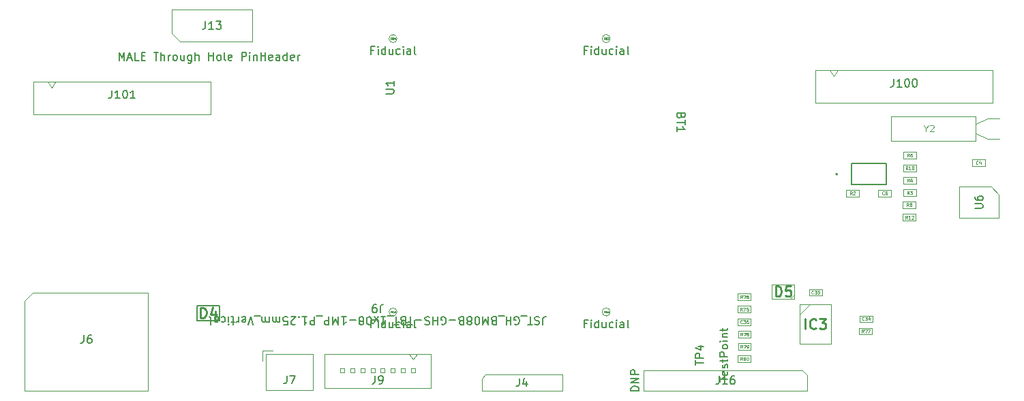
<source format=gbr>
G04 #@! TF.GenerationSoftware,KiCad,Pcbnew,8.0.0-rc1*
G04 #@! TF.CreationDate,2024-01-27T15:59:43+03:00*
G04 #@! TF.ProjectId,RP2040_minimal,52503230-3430-45f6-9d69-6e696d616c2e,REV1*
G04 #@! TF.SameCoordinates,Original*
G04 #@! TF.FileFunction,AssemblyDrawing,Top*
%FSLAX46Y46*%
G04 Gerber Fmt 4.6, Leading zero omitted, Abs format (unit mm)*
G04 Created by KiCad (PCBNEW 8.0.0-rc1) date 2024-01-27 15:59:43*
%MOMM*%
%LPD*%
G01*
G04 APERTURE LIST*
%ADD10C,0.150000*%
%ADD11C,0.060000*%
%ADD12C,0.120000*%
%ADD13C,0.040000*%
%ADD14C,0.254000*%
%ADD15C,0.100000*%
%ADD16C,0.127000*%
%ADD17C,0.200000*%
G04 APERTURE END LIST*
D10*
X119411666Y-125584819D02*
X119411666Y-126299104D01*
X119411666Y-126299104D02*
X119364047Y-126441961D01*
X119364047Y-126441961D02*
X119268809Y-126537200D01*
X119268809Y-126537200D02*
X119125952Y-126584819D01*
X119125952Y-126584819D02*
X119030714Y-126584819D01*
X120316428Y-125584819D02*
X120125952Y-125584819D01*
X120125952Y-125584819D02*
X120030714Y-125632438D01*
X120030714Y-125632438D02*
X119983095Y-125680057D01*
X119983095Y-125680057D02*
X119887857Y-125822914D01*
X119887857Y-125822914D02*
X119840238Y-126013390D01*
X119840238Y-126013390D02*
X119840238Y-126394342D01*
X119840238Y-126394342D02*
X119887857Y-126489580D01*
X119887857Y-126489580D02*
X119935476Y-126537200D01*
X119935476Y-126537200D02*
X120030714Y-126584819D01*
X120030714Y-126584819D02*
X120221190Y-126584819D01*
X120221190Y-126584819D02*
X120316428Y-126537200D01*
X120316428Y-126537200D02*
X120364047Y-126489580D01*
X120364047Y-126489580D02*
X120411666Y-126394342D01*
X120411666Y-126394342D02*
X120411666Y-126156247D01*
X120411666Y-126156247D02*
X120364047Y-126061009D01*
X120364047Y-126061009D02*
X120316428Y-126013390D01*
X120316428Y-126013390D02*
X120221190Y-125965771D01*
X120221190Y-125965771D02*
X120030714Y-125965771D01*
X120030714Y-125965771D02*
X119935476Y-126013390D01*
X119935476Y-126013390D02*
X119887857Y-126061009D01*
X119887857Y-126061009D02*
X119840238Y-126156247D01*
X230083066Y-109817666D02*
X230876400Y-109817666D01*
X230876400Y-109817666D02*
X230969733Y-109771000D01*
X230969733Y-109771000D02*
X231016400Y-109724333D01*
X231016400Y-109724333D02*
X231063066Y-109631000D01*
X231063066Y-109631000D02*
X231063066Y-109444333D01*
X231063066Y-109444333D02*
X231016400Y-109351000D01*
X231016400Y-109351000D02*
X230969733Y-109304333D01*
X230969733Y-109304333D02*
X230876400Y-109257666D01*
X230876400Y-109257666D02*
X230083066Y-109257666D01*
X230083066Y-108370999D02*
X230083066Y-108557666D01*
X230083066Y-108557666D02*
X230129733Y-108650999D01*
X230129733Y-108650999D02*
X230176400Y-108697666D01*
X230176400Y-108697666D02*
X230316400Y-108790999D01*
X230316400Y-108790999D02*
X230503066Y-108837666D01*
X230503066Y-108837666D02*
X230876400Y-108837666D01*
X230876400Y-108837666D02*
X230969733Y-108790999D01*
X230969733Y-108790999D02*
X231016400Y-108744333D01*
X231016400Y-108744333D02*
X231063066Y-108650999D01*
X231063066Y-108650999D02*
X231063066Y-108464333D01*
X231063066Y-108464333D02*
X231016400Y-108370999D01*
X231016400Y-108370999D02*
X230969733Y-108324333D01*
X230969733Y-108324333D02*
X230876400Y-108277666D01*
X230876400Y-108277666D02*
X230643066Y-108277666D01*
X230643066Y-108277666D02*
X230549733Y-108324333D01*
X230549733Y-108324333D02*
X230503066Y-108370999D01*
X230503066Y-108370999D02*
X230456400Y-108464333D01*
X230456400Y-108464333D02*
X230456400Y-108650999D01*
X230456400Y-108650999D02*
X230503066Y-108744333D01*
X230503066Y-108744333D02*
X230549733Y-108790999D01*
X230549733Y-108790999D02*
X230643066Y-108837666D01*
D11*
X221720357Y-104987927D02*
X221587024Y-104797451D01*
X221491786Y-104987927D02*
X221491786Y-104587927D01*
X221491786Y-104587927D02*
X221644167Y-104587927D01*
X221644167Y-104587927D02*
X221682262Y-104606975D01*
X221682262Y-104606975D02*
X221701309Y-104626022D01*
X221701309Y-104626022D02*
X221720357Y-104664118D01*
X221720357Y-104664118D02*
X221720357Y-104721260D01*
X221720357Y-104721260D02*
X221701309Y-104759356D01*
X221701309Y-104759356D02*
X221682262Y-104778403D01*
X221682262Y-104778403D02*
X221644167Y-104797451D01*
X221644167Y-104797451D02*
X221491786Y-104797451D01*
X222101309Y-104987927D02*
X221872738Y-104987927D01*
X221987024Y-104987927D02*
X221987024Y-104587927D01*
X221987024Y-104587927D02*
X221948928Y-104645070D01*
X221948928Y-104645070D02*
X221910833Y-104683165D01*
X221910833Y-104683165D02*
X221872738Y-104702213D01*
X222348928Y-104587927D02*
X222387023Y-104587927D01*
X222387023Y-104587927D02*
X222425119Y-104606975D01*
X222425119Y-104606975D02*
X222444166Y-104626022D01*
X222444166Y-104626022D02*
X222463214Y-104664118D01*
X222463214Y-104664118D02*
X222482261Y-104740308D01*
X222482261Y-104740308D02*
X222482261Y-104835546D01*
X222482261Y-104835546D02*
X222463214Y-104911737D01*
X222463214Y-104911737D02*
X222444166Y-104949832D01*
X222444166Y-104949832D02*
X222425119Y-104968880D01*
X222425119Y-104968880D02*
X222387023Y-104987927D01*
X222387023Y-104987927D02*
X222348928Y-104987927D01*
X222348928Y-104987927D02*
X222310833Y-104968880D01*
X222310833Y-104968880D02*
X222291785Y-104949832D01*
X222291785Y-104949832D02*
X222272738Y-104911737D01*
X222272738Y-104911737D02*
X222253690Y-104835546D01*
X222253690Y-104835546D02*
X222253690Y-104740308D01*
X222253690Y-104740308D02*
X222272738Y-104664118D01*
X222272738Y-104664118D02*
X222291785Y-104626022D01*
X222291785Y-104626022D02*
X222310833Y-104606975D01*
X222310833Y-104606975D02*
X222348928Y-104587927D01*
D10*
X188347319Y-132521713D02*
X187347319Y-132521713D01*
X187347319Y-132521713D02*
X187347319Y-132283618D01*
X187347319Y-132283618D02*
X187394938Y-132140761D01*
X187394938Y-132140761D02*
X187490176Y-132045523D01*
X187490176Y-132045523D02*
X187585414Y-131997904D01*
X187585414Y-131997904D02*
X187775890Y-131950285D01*
X187775890Y-131950285D02*
X187918747Y-131950285D01*
X187918747Y-131950285D02*
X188109223Y-131997904D01*
X188109223Y-131997904D02*
X188204461Y-132045523D01*
X188204461Y-132045523D02*
X188299700Y-132140761D01*
X188299700Y-132140761D02*
X188347319Y-132283618D01*
X188347319Y-132283618D02*
X188347319Y-132521713D01*
X188347319Y-131521713D02*
X187347319Y-131521713D01*
X187347319Y-131521713D02*
X188347319Y-130950285D01*
X188347319Y-130950285D02*
X187347319Y-130950285D01*
X188347319Y-130474094D02*
X187347319Y-130474094D01*
X187347319Y-130474094D02*
X187347319Y-130093142D01*
X187347319Y-130093142D02*
X187394938Y-129997904D01*
X187394938Y-129997904D02*
X187442557Y-129950285D01*
X187442557Y-129950285D02*
X187537795Y-129902666D01*
X187537795Y-129902666D02*
X187680652Y-129902666D01*
X187680652Y-129902666D02*
X187775890Y-129950285D01*
X187775890Y-129950285D02*
X187823509Y-129997904D01*
X187823509Y-129997904D02*
X187871128Y-130093142D01*
X187871128Y-130093142D02*
X187871128Y-130474094D01*
X198302976Y-130690819D02*
X198302976Y-131405104D01*
X198302976Y-131405104D02*
X198255357Y-131547961D01*
X198255357Y-131547961D02*
X198160119Y-131643200D01*
X198160119Y-131643200D02*
X198017262Y-131690819D01*
X198017262Y-131690819D02*
X197922024Y-131690819D01*
X199302976Y-131690819D02*
X198731548Y-131690819D01*
X199017262Y-131690819D02*
X199017262Y-130690819D01*
X199017262Y-130690819D02*
X198922024Y-130833676D01*
X198922024Y-130833676D02*
X198826786Y-130928914D01*
X198826786Y-130928914D02*
X198731548Y-130976533D01*
X200160119Y-130690819D02*
X199969643Y-130690819D01*
X199969643Y-130690819D02*
X199874405Y-130738438D01*
X199874405Y-130738438D02*
X199826786Y-130786057D01*
X199826786Y-130786057D02*
X199731548Y-130928914D01*
X199731548Y-130928914D02*
X199683929Y-131119390D01*
X199683929Y-131119390D02*
X199683929Y-131500342D01*
X199683929Y-131500342D02*
X199731548Y-131595580D01*
X199731548Y-131595580D02*
X199779167Y-131643200D01*
X199779167Y-131643200D02*
X199874405Y-131690819D01*
X199874405Y-131690819D02*
X200064881Y-131690819D01*
X200064881Y-131690819D02*
X200160119Y-131643200D01*
X200160119Y-131643200D02*
X200207738Y-131595580D01*
X200207738Y-131595580D02*
X200255357Y-131500342D01*
X200255357Y-131500342D02*
X200255357Y-131262247D01*
X200255357Y-131262247D02*
X200207738Y-131167009D01*
X200207738Y-131167009D02*
X200160119Y-131119390D01*
X200160119Y-131119390D02*
X200064881Y-131071771D01*
X200064881Y-131071771D02*
X199874405Y-131071771D01*
X199874405Y-131071771D02*
X199779167Y-131119390D01*
X199779167Y-131119390D02*
X199731548Y-131167009D01*
X199731548Y-131167009D02*
X199683929Y-131262247D01*
D12*
X224021548Y-99878902D02*
X224021548Y-100259855D01*
X223754881Y-99459855D02*
X224021548Y-99878902D01*
X224021548Y-99878902D02*
X224288214Y-99459855D01*
X224516785Y-99536045D02*
X224554881Y-99497950D01*
X224554881Y-99497950D02*
X224631071Y-99459855D01*
X224631071Y-99459855D02*
X224821547Y-99459855D01*
X224821547Y-99459855D02*
X224897738Y-99497950D01*
X224897738Y-99497950D02*
X224935833Y-99536045D01*
X224935833Y-99536045D02*
X224973928Y-99612236D01*
X224973928Y-99612236D02*
X224973928Y-99688426D01*
X224973928Y-99688426D02*
X224935833Y-99802712D01*
X224935833Y-99802712D02*
X224478690Y-100259855D01*
X224478690Y-100259855D02*
X224973928Y-100259855D01*
D11*
X201175357Y-122567927D02*
X201042024Y-122377451D01*
X200946786Y-122567927D02*
X200946786Y-122167927D01*
X200946786Y-122167927D02*
X201099167Y-122167927D01*
X201099167Y-122167927D02*
X201137262Y-122186975D01*
X201137262Y-122186975D02*
X201156309Y-122206022D01*
X201156309Y-122206022D02*
X201175357Y-122244118D01*
X201175357Y-122244118D02*
X201175357Y-122301260D01*
X201175357Y-122301260D02*
X201156309Y-122339356D01*
X201156309Y-122339356D02*
X201137262Y-122358403D01*
X201137262Y-122358403D02*
X201099167Y-122377451D01*
X201099167Y-122377451D02*
X200946786Y-122377451D01*
X201308690Y-122167927D02*
X201575357Y-122167927D01*
X201575357Y-122167927D02*
X201403928Y-122567927D01*
X201918214Y-122167927D02*
X201727738Y-122167927D01*
X201727738Y-122167927D02*
X201708690Y-122358403D01*
X201708690Y-122358403D02*
X201727738Y-122339356D01*
X201727738Y-122339356D02*
X201765833Y-122320308D01*
X201765833Y-122320308D02*
X201861071Y-122320308D01*
X201861071Y-122320308D02*
X201899166Y-122339356D01*
X201899166Y-122339356D02*
X201918214Y-122358403D01*
X201918214Y-122358403D02*
X201937261Y-122396499D01*
X201937261Y-122396499D02*
X201937261Y-122491737D01*
X201937261Y-122491737D02*
X201918214Y-122529832D01*
X201918214Y-122529832D02*
X201899166Y-122548880D01*
X201899166Y-122548880D02*
X201861071Y-122567927D01*
X201861071Y-122567927D02*
X201765833Y-122567927D01*
X201765833Y-122567927D02*
X201727738Y-122548880D01*
X201727738Y-122548880D02*
X201708690Y-122529832D01*
D10*
X155429047Y-124147009D02*
X155095714Y-124147009D01*
X155095714Y-124670819D02*
X155095714Y-123670819D01*
X155095714Y-123670819D02*
X155571904Y-123670819D01*
X155952857Y-124670819D02*
X155952857Y-124004152D01*
X155952857Y-123670819D02*
X155905238Y-123718438D01*
X155905238Y-123718438D02*
X155952857Y-123766057D01*
X155952857Y-123766057D02*
X156000476Y-123718438D01*
X156000476Y-123718438D02*
X155952857Y-123670819D01*
X155952857Y-123670819D02*
X155952857Y-123766057D01*
X156857618Y-124670819D02*
X156857618Y-123670819D01*
X156857618Y-124623200D02*
X156762380Y-124670819D01*
X156762380Y-124670819D02*
X156571904Y-124670819D01*
X156571904Y-124670819D02*
X156476666Y-124623200D01*
X156476666Y-124623200D02*
X156429047Y-124575580D01*
X156429047Y-124575580D02*
X156381428Y-124480342D01*
X156381428Y-124480342D02*
X156381428Y-124194628D01*
X156381428Y-124194628D02*
X156429047Y-124099390D01*
X156429047Y-124099390D02*
X156476666Y-124051771D01*
X156476666Y-124051771D02*
X156571904Y-124004152D01*
X156571904Y-124004152D02*
X156762380Y-124004152D01*
X156762380Y-124004152D02*
X156857618Y-124051771D01*
X157762380Y-124004152D02*
X157762380Y-124670819D01*
X157333809Y-124004152D02*
X157333809Y-124527961D01*
X157333809Y-124527961D02*
X157381428Y-124623200D01*
X157381428Y-124623200D02*
X157476666Y-124670819D01*
X157476666Y-124670819D02*
X157619523Y-124670819D01*
X157619523Y-124670819D02*
X157714761Y-124623200D01*
X157714761Y-124623200D02*
X157762380Y-124575580D01*
X158667142Y-124623200D02*
X158571904Y-124670819D01*
X158571904Y-124670819D02*
X158381428Y-124670819D01*
X158381428Y-124670819D02*
X158286190Y-124623200D01*
X158286190Y-124623200D02*
X158238571Y-124575580D01*
X158238571Y-124575580D02*
X158190952Y-124480342D01*
X158190952Y-124480342D02*
X158190952Y-124194628D01*
X158190952Y-124194628D02*
X158238571Y-124099390D01*
X158238571Y-124099390D02*
X158286190Y-124051771D01*
X158286190Y-124051771D02*
X158381428Y-124004152D01*
X158381428Y-124004152D02*
X158571904Y-124004152D01*
X158571904Y-124004152D02*
X158667142Y-124051771D01*
X159095714Y-124670819D02*
X159095714Y-124004152D01*
X159095714Y-123670819D02*
X159048095Y-123718438D01*
X159048095Y-123718438D02*
X159095714Y-123766057D01*
X159095714Y-123766057D02*
X159143333Y-123718438D01*
X159143333Y-123718438D02*
X159095714Y-123670819D01*
X159095714Y-123670819D02*
X159095714Y-123766057D01*
X160000475Y-124670819D02*
X160000475Y-124147009D01*
X160000475Y-124147009D02*
X159952856Y-124051771D01*
X159952856Y-124051771D02*
X159857618Y-124004152D01*
X159857618Y-124004152D02*
X159667142Y-124004152D01*
X159667142Y-124004152D02*
X159571904Y-124051771D01*
X160000475Y-124623200D02*
X159905237Y-124670819D01*
X159905237Y-124670819D02*
X159667142Y-124670819D01*
X159667142Y-124670819D02*
X159571904Y-124623200D01*
X159571904Y-124623200D02*
X159524285Y-124527961D01*
X159524285Y-124527961D02*
X159524285Y-124432723D01*
X159524285Y-124432723D02*
X159571904Y-124337485D01*
X159571904Y-124337485D02*
X159667142Y-124289866D01*
X159667142Y-124289866D02*
X159905237Y-124289866D01*
X159905237Y-124289866D02*
X160000475Y-124242247D01*
X160619523Y-124670819D02*
X160524285Y-124623200D01*
X160524285Y-124623200D02*
X160476666Y-124527961D01*
X160476666Y-124527961D02*
X160476666Y-123670819D01*
D13*
X157595714Y-122701681D02*
X157529048Y-122701681D01*
X157529048Y-122806443D02*
X157529048Y-122606443D01*
X157529048Y-122606443D02*
X157624286Y-122606443D01*
X157700477Y-122806443D02*
X157700477Y-122606443D01*
X157795715Y-122806443D02*
X157795715Y-122606443D01*
X157795715Y-122606443D02*
X157843334Y-122606443D01*
X157843334Y-122606443D02*
X157871905Y-122615967D01*
X157871905Y-122615967D02*
X157890953Y-122635015D01*
X157890953Y-122635015D02*
X157900476Y-122654062D01*
X157900476Y-122654062D02*
X157910000Y-122692158D01*
X157910000Y-122692158D02*
X157910000Y-122720729D01*
X157910000Y-122720729D02*
X157900476Y-122758824D01*
X157900476Y-122758824D02*
X157890953Y-122777872D01*
X157890953Y-122777872D02*
X157871905Y-122796920D01*
X157871905Y-122796920D02*
X157843334Y-122806443D01*
X157843334Y-122806443D02*
X157795715Y-122806443D01*
X158090953Y-122606443D02*
X157995715Y-122606443D01*
X157995715Y-122606443D02*
X157986191Y-122701681D01*
X157986191Y-122701681D02*
X157995715Y-122692158D01*
X157995715Y-122692158D02*
X158014762Y-122682634D01*
X158014762Y-122682634D02*
X158062381Y-122682634D01*
X158062381Y-122682634D02*
X158081429Y-122692158D01*
X158081429Y-122692158D02*
X158090953Y-122701681D01*
X158090953Y-122701681D02*
X158100476Y-122720729D01*
X158100476Y-122720729D02*
X158100476Y-122768348D01*
X158100476Y-122768348D02*
X158090953Y-122787396D01*
X158090953Y-122787396D02*
X158081429Y-122796920D01*
X158081429Y-122796920D02*
X158062381Y-122806443D01*
X158062381Y-122806443D02*
X158014762Y-122806443D01*
X158014762Y-122806443D02*
X157995715Y-122796920D01*
X157995715Y-122796920D02*
X157986191Y-122787396D01*
D11*
X201190357Y-128737927D02*
X201057024Y-128547451D01*
X200961786Y-128737927D02*
X200961786Y-128337927D01*
X200961786Y-128337927D02*
X201114167Y-128337927D01*
X201114167Y-128337927D02*
X201152262Y-128356975D01*
X201152262Y-128356975D02*
X201171309Y-128376022D01*
X201171309Y-128376022D02*
X201190357Y-128414118D01*
X201190357Y-128414118D02*
X201190357Y-128471260D01*
X201190357Y-128471260D02*
X201171309Y-128509356D01*
X201171309Y-128509356D02*
X201152262Y-128528403D01*
X201152262Y-128528403D02*
X201114167Y-128547451D01*
X201114167Y-128547451D02*
X200961786Y-128547451D01*
X201418928Y-128509356D02*
X201380833Y-128490308D01*
X201380833Y-128490308D02*
X201361786Y-128471260D01*
X201361786Y-128471260D02*
X201342738Y-128433165D01*
X201342738Y-128433165D02*
X201342738Y-128414118D01*
X201342738Y-128414118D02*
X201361786Y-128376022D01*
X201361786Y-128376022D02*
X201380833Y-128356975D01*
X201380833Y-128356975D02*
X201418928Y-128337927D01*
X201418928Y-128337927D02*
X201495119Y-128337927D01*
X201495119Y-128337927D02*
X201533214Y-128356975D01*
X201533214Y-128356975D02*
X201552262Y-128376022D01*
X201552262Y-128376022D02*
X201571309Y-128414118D01*
X201571309Y-128414118D02*
X201571309Y-128433165D01*
X201571309Y-128433165D02*
X201552262Y-128471260D01*
X201552262Y-128471260D02*
X201533214Y-128490308D01*
X201533214Y-128490308D02*
X201495119Y-128509356D01*
X201495119Y-128509356D02*
X201418928Y-128509356D01*
X201418928Y-128509356D02*
X201380833Y-128528403D01*
X201380833Y-128528403D02*
X201361786Y-128547451D01*
X201361786Y-128547451D02*
X201342738Y-128585546D01*
X201342738Y-128585546D02*
X201342738Y-128661737D01*
X201342738Y-128661737D02*
X201361786Y-128699832D01*
X201361786Y-128699832D02*
X201380833Y-128718880D01*
X201380833Y-128718880D02*
X201418928Y-128737927D01*
X201418928Y-128737927D02*
X201495119Y-128737927D01*
X201495119Y-128737927D02*
X201533214Y-128718880D01*
X201533214Y-128718880D02*
X201552262Y-128699832D01*
X201552262Y-128699832D02*
X201571309Y-128661737D01*
X201571309Y-128661737D02*
X201571309Y-128585546D01*
X201571309Y-128585546D02*
X201552262Y-128547451D01*
X201552262Y-128547451D02*
X201533214Y-128528403D01*
X201533214Y-128528403D02*
X201495119Y-128509356D01*
X201818928Y-128337927D02*
X201857023Y-128337927D01*
X201857023Y-128337927D02*
X201895119Y-128356975D01*
X201895119Y-128356975D02*
X201914166Y-128376022D01*
X201914166Y-128376022D02*
X201933214Y-128414118D01*
X201933214Y-128414118D02*
X201952261Y-128490308D01*
X201952261Y-128490308D02*
X201952261Y-128585546D01*
X201952261Y-128585546D02*
X201933214Y-128661737D01*
X201933214Y-128661737D02*
X201914166Y-128699832D01*
X201914166Y-128699832D02*
X201895119Y-128718880D01*
X201895119Y-128718880D02*
X201857023Y-128737927D01*
X201857023Y-128737927D02*
X201818928Y-128737927D01*
X201818928Y-128737927D02*
X201780833Y-128718880D01*
X201780833Y-128718880D02*
X201761785Y-128699832D01*
X201761785Y-128699832D02*
X201742738Y-128661737D01*
X201742738Y-128661737D02*
X201723690Y-128585546D01*
X201723690Y-128585546D02*
X201723690Y-128490308D01*
X201723690Y-128490308D02*
X201742738Y-128414118D01*
X201742738Y-128414118D02*
X201761785Y-128376022D01*
X201761785Y-128376022D02*
X201780833Y-128356975D01*
X201780833Y-128356975D02*
X201818928Y-128337927D01*
X201205357Y-127217927D02*
X201072024Y-127027451D01*
X200976786Y-127217927D02*
X200976786Y-126817927D01*
X200976786Y-126817927D02*
X201129167Y-126817927D01*
X201129167Y-126817927D02*
X201167262Y-126836975D01*
X201167262Y-126836975D02*
X201186309Y-126856022D01*
X201186309Y-126856022D02*
X201205357Y-126894118D01*
X201205357Y-126894118D02*
X201205357Y-126951260D01*
X201205357Y-126951260D02*
X201186309Y-126989356D01*
X201186309Y-126989356D02*
X201167262Y-127008403D01*
X201167262Y-127008403D02*
X201129167Y-127027451D01*
X201129167Y-127027451D02*
X200976786Y-127027451D01*
X201338690Y-126817927D02*
X201605357Y-126817927D01*
X201605357Y-126817927D02*
X201433928Y-127217927D01*
X201776785Y-127217927D02*
X201852976Y-127217927D01*
X201852976Y-127217927D02*
X201891071Y-127198880D01*
X201891071Y-127198880D02*
X201910119Y-127179832D01*
X201910119Y-127179832D02*
X201948214Y-127122689D01*
X201948214Y-127122689D02*
X201967261Y-127046499D01*
X201967261Y-127046499D02*
X201967261Y-126894118D01*
X201967261Y-126894118D02*
X201948214Y-126856022D01*
X201948214Y-126856022D02*
X201929166Y-126836975D01*
X201929166Y-126836975D02*
X201891071Y-126817927D01*
X201891071Y-126817927D02*
X201814880Y-126817927D01*
X201814880Y-126817927D02*
X201776785Y-126836975D01*
X201776785Y-126836975D02*
X201757738Y-126856022D01*
X201757738Y-126856022D02*
X201738690Y-126894118D01*
X201738690Y-126894118D02*
X201738690Y-126989356D01*
X201738690Y-126989356D02*
X201757738Y-127027451D01*
X201757738Y-127027451D02*
X201776785Y-127046499D01*
X201776785Y-127046499D02*
X201814880Y-127065546D01*
X201814880Y-127065546D02*
X201891071Y-127065546D01*
X201891071Y-127065546D02*
X201929166Y-127046499D01*
X201929166Y-127046499D02*
X201948214Y-127027451D01*
X201948214Y-127027451D02*
X201967261Y-126989356D01*
X216295357Y-123709832D02*
X216276309Y-123728880D01*
X216276309Y-123728880D02*
X216219167Y-123747927D01*
X216219167Y-123747927D02*
X216181071Y-123747927D01*
X216181071Y-123747927D02*
X216123928Y-123728880D01*
X216123928Y-123728880D02*
X216085833Y-123690784D01*
X216085833Y-123690784D02*
X216066786Y-123652689D01*
X216066786Y-123652689D02*
X216047738Y-123576499D01*
X216047738Y-123576499D02*
X216047738Y-123519356D01*
X216047738Y-123519356D02*
X216066786Y-123443165D01*
X216066786Y-123443165D02*
X216085833Y-123405070D01*
X216085833Y-123405070D02*
X216123928Y-123366975D01*
X216123928Y-123366975D02*
X216181071Y-123347927D01*
X216181071Y-123347927D02*
X216219167Y-123347927D01*
X216219167Y-123347927D02*
X216276309Y-123366975D01*
X216276309Y-123366975D02*
X216295357Y-123386022D01*
X216428690Y-123347927D02*
X216676309Y-123347927D01*
X216676309Y-123347927D02*
X216542976Y-123500308D01*
X216542976Y-123500308D02*
X216600119Y-123500308D01*
X216600119Y-123500308D02*
X216638214Y-123519356D01*
X216638214Y-123519356D02*
X216657262Y-123538403D01*
X216657262Y-123538403D02*
X216676309Y-123576499D01*
X216676309Y-123576499D02*
X216676309Y-123671737D01*
X216676309Y-123671737D02*
X216657262Y-123709832D01*
X216657262Y-123709832D02*
X216638214Y-123728880D01*
X216638214Y-123728880D02*
X216600119Y-123747927D01*
X216600119Y-123747927D02*
X216485833Y-123747927D01*
X216485833Y-123747927D02*
X216447738Y-123728880D01*
X216447738Y-123728880D02*
X216428690Y-123709832D01*
X217019166Y-123481260D02*
X217019166Y-123747927D01*
X216923928Y-123328880D02*
X216828690Y-123614594D01*
X216828690Y-123614594D02*
X217076309Y-123614594D01*
X221910833Y-103417927D02*
X221777500Y-103227451D01*
X221682262Y-103417927D02*
X221682262Y-103017927D01*
X221682262Y-103017927D02*
X221834643Y-103017927D01*
X221834643Y-103017927D02*
X221872738Y-103036975D01*
X221872738Y-103036975D02*
X221891785Y-103056022D01*
X221891785Y-103056022D02*
X221910833Y-103094118D01*
X221910833Y-103094118D02*
X221910833Y-103151260D01*
X221910833Y-103151260D02*
X221891785Y-103189356D01*
X221891785Y-103189356D02*
X221872738Y-103208403D01*
X221872738Y-103208403D02*
X221834643Y-103227451D01*
X221834643Y-103227451D02*
X221682262Y-103227451D01*
X222253690Y-103017927D02*
X222177500Y-103017927D01*
X222177500Y-103017927D02*
X222139404Y-103036975D01*
X222139404Y-103036975D02*
X222120357Y-103056022D01*
X222120357Y-103056022D02*
X222082262Y-103113165D01*
X222082262Y-103113165D02*
X222063214Y-103189356D01*
X222063214Y-103189356D02*
X222063214Y-103341737D01*
X222063214Y-103341737D02*
X222082262Y-103379832D01*
X222082262Y-103379832D02*
X222101309Y-103398880D01*
X222101309Y-103398880D02*
X222139404Y-103417927D01*
X222139404Y-103417927D02*
X222215595Y-103417927D01*
X222215595Y-103417927D02*
X222253690Y-103398880D01*
X222253690Y-103398880D02*
X222272738Y-103379832D01*
X222272738Y-103379832D02*
X222291785Y-103341737D01*
X222291785Y-103341737D02*
X222291785Y-103246499D01*
X222291785Y-103246499D02*
X222272738Y-103208403D01*
X222272738Y-103208403D02*
X222253690Y-103189356D01*
X222253690Y-103189356D02*
X222215595Y-103170308D01*
X222215595Y-103170308D02*
X222139404Y-103170308D01*
X222139404Y-103170308D02*
X222101309Y-103189356D01*
X222101309Y-103189356D02*
X222082262Y-103208403D01*
X222082262Y-103208403D02*
X222063214Y-103246499D01*
X218804833Y-108072332D02*
X218785785Y-108091380D01*
X218785785Y-108091380D02*
X218728643Y-108110427D01*
X218728643Y-108110427D02*
X218690547Y-108110427D01*
X218690547Y-108110427D02*
X218633404Y-108091380D01*
X218633404Y-108091380D02*
X218595309Y-108053284D01*
X218595309Y-108053284D02*
X218576262Y-108015189D01*
X218576262Y-108015189D02*
X218557214Y-107938999D01*
X218557214Y-107938999D02*
X218557214Y-107881856D01*
X218557214Y-107881856D02*
X218576262Y-107805665D01*
X218576262Y-107805665D02*
X218595309Y-107767570D01*
X218595309Y-107767570D02*
X218633404Y-107729475D01*
X218633404Y-107729475D02*
X218690547Y-107710427D01*
X218690547Y-107710427D02*
X218728643Y-107710427D01*
X218728643Y-107710427D02*
X218785785Y-107729475D01*
X218785785Y-107729475D02*
X218804833Y-107748522D01*
X219147690Y-107710427D02*
X219071500Y-107710427D01*
X219071500Y-107710427D02*
X219033404Y-107729475D01*
X219033404Y-107729475D02*
X219014357Y-107748522D01*
X219014357Y-107748522D02*
X218976262Y-107805665D01*
X218976262Y-107805665D02*
X218957214Y-107881856D01*
X218957214Y-107881856D02*
X218957214Y-108034237D01*
X218957214Y-108034237D02*
X218976262Y-108072332D01*
X218976262Y-108072332D02*
X218995309Y-108091380D01*
X218995309Y-108091380D02*
X219033404Y-108110427D01*
X219033404Y-108110427D02*
X219109595Y-108110427D01*
X219109595Y-108110427D02*
X219147690Y-108091380D01*
X219147690Y-108091380D02*
X219166738Y-108072332D01*
X219166738Y-108072332D02*
X219185785Y-108034237D01*
X219185785Y-108034237D02*
X219185785Y-107938999D01*
X219185785Y-107938999D02*
X219166738Y-107900903D01*
X219166738Y-107900903D02*
X219147690Y-107881856D01*
X219147690Y-107881856D02*
X219109595Y-107862808D01*
X219109595Y-107862808D02*
X219033404Y-107862808D01*
X219033404Y-107862808D02*
X218995309Y-107881856D01*
X218995309Y-107881856D02*
X218976262Y-107900903D01*
X218976262Y-107900903D02*
X218957214Y-107938999D01*
X210035357Y-120429832D02*
X210016309Y-120448880D01*
X210016309Y-120448880D02*
X209959167Y-120467927D01*
X209959167Y-120467927D02*
X209921071Y-120467927D01*
X209921071Y-120467927D02*
X209863928Y-120448880D01*
X209863928Y-120448880D02*
X209825833Y-120410784D01*
X209825833Y-120410784D02*
X209806786Y-120372689D01*
X209806786Y-120372689D02*
X209787738Y-120296499D01*
X209787738Y-120296499D02*
X209787738Y-120239356D01*
X209787738Y-120239356D02*
X209806786Y-120163165D01*
X209806786Y-120163165D02*
X209825833Y-120125070D01*
X209825833Y-120125070D02*
X209863928Y-120086975D01*
X209863928Y-120086975D02*
X209921071Y-120067927D01*
X209921071Y-120067927D02*
X209959167Y-120067927D01*
X209959167Y-120067927D02*
X210016309Y-120086975D01*
X210016309Y-120086975D02*
X210035357Y-120106022D01*
X210168690Y-120067927D02*
X210416309Y-120067927D01*
X210416309Y-120067927D02*
X210282976Y-120220308D01*
X210282976Y-120220308D02*
X210340119Y-120220308D01*
X210340119Y-120220308D02*
X210378214Y-120239356D01*
X210378214Y-120239356D02*
X210397262Y-120258403D01*
X210397262Y-120258403D02*
X210416309Y-120296499D01*
X210416309Y-120296499D02*
X210416309Y-120391737D01*
X210416309Y-120391737D02*
X210397262Y-120429832D01*
X210397262Y-120429832D02*
X210378214Y-120448880D01*
X210378214Y-120448880D02*
X210340119Y-120467927D01*
X210340119Y-120467927D02*
X210225833Y-120467927D01*
X210225833Y-120467927D02*
X210187738Y-120448880D01*
X210187738Y-120448880D02*
X210168690Y-120429832D01*
X210778214Y-120067927D02*
X210587738Y-120067927D01*
X210587738Y-120067927D02*
X210568690Y-120258403D01*
X210568690Y-120258403D02*
X210587738Y-120239356D01*
X210587738Y-120239356D02*
X210625833Y-120220308D01*
X210625833Y-120220308D02*
X210721071Y-120220308D01*
X210721071Y-120220308D02*
X210759166Y-120239356D01*
X210759166Y-120239356D02*
X210778214Y-120258403D01*
X210778214Y-120258403D02*
X210797261Y-120296499D01*
X210797261Y-120296499D02*
X210797261Y-120391737D01*
X210797261Y-120391737D02*
X210778214Y-120429832D01*
X210778214Y-120429832D02*
X210759166Y-120448880D01*
X210759166Y-120448880D02*
X210721071Y-120467927D01*
X210721071Y-120467927D02*
X210625833Y-120467927D01*
X210625833Y-120467927D02*
X210587738Y-120448880D01*
X210587738Y-120448880D02*
X210568690Y-120429832D01*
D10*
X123784879Y-91420819D02*
X123784879Y-90420819D01*
X123784879Y-90420819D02*
X124118212Y-91135104D01*
X124118212Y-91135104D02*
X124451545Y-90420819D01*
X124451545Y-90420819D02*
X124451545Y-91420819D01*
X124880117Y-91135104D02*
X125356307Y-91135104D01*
X124784879Y-91420819D02*
X125118212Y-90420819D01*
X125118212Y-90420819D02*
X125451545Y-91420819D01*
X126261069Y-91420819D02*
X125784879Y-91420819D01*
X125784879Y-91420819D02*
X125784879Y-90420819D01*
X126594403Y-90897009D02*
X126927736Y-90897009D01*
X127070593Y-91420819D02*
X126594403Y-91420819D01*
X126594403Y-91420819D02*
X126594403Y-90420819D01*
X126594403Y-90420819D02*
X127070593Y-90420819D01*
X128118213Y-90420819D02*
X128689641Y-90420819D01*
X128403927Y-91420819D02*
X128403927Y-90420819D01*
X129022975Y-91420819D02*
X129022975Y-90420819D01*
X129451546Y-91420819D02*
X129451546Y-90897009D01*
X129451546Y-90897009D02*
X129403927Y-90801771D01*
X129403927Y-90801771D02*
X129308689Y-90754152D01*
X129308689Y-90754152D02*
X129165832Y-90754152D01*
X129165832Y-90754152D02*
X129070594Y-90801771D01*
X129070594Y-90801771D02*
X129022975Y-90849390D01*
X129927737Y-91420819D02*
X129927737Y-90754152D01*
X129927737Y-90944628D02*
X129975356Y-90849390D01*
X129975356Y-90849390D02*
X130022975Y-90801771D01*
X130022975Y-90801771D02*
X130118213Y-90754152D01*
X130118213Y-90754152D02*
X130213451Y-90754152D01*
X130689642Y-91420819D02*
X130594404Y-91373200D01*
X130594404Y-91373200D02*
X130546785Y-91325580D01*
X130546785Y-91325580D02*
X130499166Y-91230342D01*
X130499166Y-91230342D02*
X130499166Y-90944628D01*
X130499166Y-90944628D02*
X130546785Y-90849390D01*
X130546785Y-90849390D02*
X130594404Y-90801771D01*
X130594404Y-90801771D02*
X130689642Y-90754152D01*
X130689642Y-90754152D02*
X130832499Y-90754152D01*
X130832499Y-90754152D02*
X130927737Y-90801771D01*
X130927737Y-90801771D02*
X130975356Y-90849390D01*
X130975356Y-90849390D02*
X131022975Y-90944628D01*
X131022975Y-90944628D02*
X131022975Y-91230342D01*
X131022975Y-91230342D02*
X130975356Y-91325580D01*
X130975356Y-91325580D02*
X130927737Y-91373200D01*
X130927737Y-91373200D02*
X130832499Y-91420819D01*
X130832499Y-91420819D02*
X130689642Y-91420819D01*
X131880118Y-90754152D02*
X131880118Y-91420819D01*
X131451547Y-90754152D02*
X131451547Y-91277961D01*
X131451547Y-91277961D02*
X131499166Y-91373200D01*
X131499166Y-91373200D02*
X131594404Y-91420819D01*
X131594404Y-91420819D02*
X131737261Y-91420819D01*
X131737261Y-91420819D02*
X131832499Y-91373200D01*
X131832499Y-91373200D02*
X131880118Y-91325580D01*
X132784880Y-90754152D02*
X132784880Y-91563676D01*
X132784880Y-91563676D02*
X132737261Y-91658914D01*
X132737261Y-91658914D02*
X132689642Y-91706533D01*
X132689642Y-91706533D02*
X132594404Y-91754152D01*
X132594404Y-91754152D02*
X132451547Y-91754152D01*
X132451547Y-91754152D02*
X132356309Y-91706533D01*
X132784880Y-91373200D02*
X132689642Y-91420819D01*
X132689642Y-91420819D02*
X132499166Y-91420819D01*
X132499166Y-91420819D02*
X132403928Y-91373200D01*
X132403928Y-91373200D02*
X132356309Y-91325580D01*
X132356309Y-91325580D02*
X132308690Y-91230342D01*
X132308690Y-91230342D02*
X132308690Y-90944628D01*
X132308690Y-90944628D02*
X132356309Y-90849390D01*
X132356309Y-90849390D02*
X132403928Y-90801771D01*
X132403928Y-90801771D02*
X132499166Y-90754152D01*
X132499166Y-90754152D02*
X132689642Y-90754152D01*
X132689642Y-90754152D02*
X132784880Y-90801771D01*
X133261071Y-91420819D02*
X133261071Y-90420819D01*
X133689642Y-91420819D02*
X133689642Y-90897009D01*
X133689642Y-90897009D02*
X133642023Y-90801771D01*
X133642023Y-90801771D02*
X133546785Y-90754152D01*
X133546785Y-90754152D02*
X133403928Y-90754152D01*
X133403928Y-90754152D02*
X133308690Y-90801771D01*
X133308690Y-90801771D02*
X133261071Y-90849390D01*
X134927738Y-91420819D02*
X134927738Y-90420819D01*
X134927738Y-90897009D02*
X135499166Y-90897009D01*
X135499166Y-91420819D02*
X135499166Y-90420819D01*
X136118214Y-91420819D02*
X136022976Y-91373200D01*
X136022976Y-91373200D02*
X135975357Y-91325580D01*
X135975357Y-91325580D02*
X135927738Y-91230342D01*
X135927738Y-91230342D02*
X135927738Y-90944628D01*
X135927738Y-90944628D02*
X135975357Y-90849390D01*
X135975357Y-90849390D02*
X136022976Y-90801771D01*
X136022976Y-90801771D02*
X136118214Y-90754152D01*
X136118214Y-90754152D02*
X136261071Y-90754152D01*
X136261071Y-90754152D02*
X136356309Y-90801771D01*
X136356309Y-90801771D02*
X136403928Y-90849390D01*
X136403928Y-90849390D02*
X136451547Y-90944628D01*
X136451547Y-90944628D02*
X136451547Y-91230342D01*
X136451547Y-91230342D02*
X136403928Y-91325580D01*
X136403928Y-91325580D02*
X136356309Y-91373200D01*
X136356309Y-91373200D02*
X136261071Y-91420819D01*
X136261071Y-91420819D02*
X136118214Y-91420819D01*
X137022976Y-91420819D02*
X136927738Y-91373200D01*
X136927738Y-91373200D02*
X136880119Y-91277961D01*
X136880119Y-91277961D02*
X136880119Y-90420819D01*
X137784881Y-91373200D02*
X137689643Y-91420819D01*
X137689643Y-91420819D02*
X137499167Y-91420819D01*
X137499167Y-91420819D02*
X137403929Y-91373200D01*
X137403929Y-91373200D02*
X137356310Y-91277961D01*
X137356310Y-91277961D02*
X137356310Y-90897009D01*
X137356310Y-90897009D02*
X137403929Y-90801771D01*
X137403929Y-90801771D02*
X137499167Y-90754152D01*
X137499167Y-90754152D02*
X137689643Y-90754152D01*
X137689643Y-90754152D02*
X137784881Y-90801771D01*
X137784881Y-90801771D02*
X137832500Y-90897009D01*
X137832500Y-90897009D02*
X137832500Y-90992247D01*
X137832500Y-90992247D02*
X137356310Y-91087485D01*
X139022977Y-91420819D02*
X139022977Y-90420819D01*
X139022977Y-90420819D02*
X139403929Y-90420819D01*
X139403929Y-90420819D02*
X139499167Y-90468438D01*
X139499167Y-90468438D02*
X139546786Y-90516057D01*
X139546786Y-90516057D02*
X139594405Y-90611295D01*
X139594405Y-90611295D02*
X139594405Y-90754152D01*
X139594405Y-90754152D02*
X139546786Y-90849390D01*
X139546786Y-90849390D02*
X139499167Y-90897009D01*
X139499167Y-90897009D02*
X139403929Y-90944628D01*
X139403929Y-90944628D02*
X139022977Y-90944628D01*
X140022977Y-91420819D02*
X140022977Y-90754152D01*
X140022977Y-90420819D02*
X139975358Y-90468438D01*
X139975358Y-90468438D02*
X140022977Y-90516057D01*
X140022977Y-90516057D02*
X140070596Y-90468438D01*
X140070596Y-90468438D02*
X140022977Y-90420819D01*
X140022977Y-90420819D02*
X140022977Y-90516057D01*
X140499167Y-90754152D02*
X140499167Y-91420819D01*
X140499167Y-90849390D02*
X140546786Y-90801771D01*
X140546786Y-90801771D02*
X140642024Y-90754152D01*
X140642024Y-90754152D02*
X140784881Y-90754152D01*
X140784881Y-90754152D02*
X140880119Y-90801771D01*
X140880119Y-90801771D02*
X140927738Y-90897009D01*
X140927738Y-90897009D02*
X140927738Y-91420819D01*
X141403929Y-91420819D02*
X141403929Y-90420819D01*
X141403929Y-90897009D02*
X141975357Y-90897009D01*
X141975357Y-91420819D02*
X141975357Y-90420819D01*
X142832500Y-91373200D02*
X142737262Y-91420819D01*
X142737262Y-91420819D02*
X142546786Y-91420819D01*
X142546786Y-91420819D02*
X142451548Y-91373200D01*
X142451548Y-91373200D02*
X142403929Y-91277961D01*
X142403929Y-91277961D02*
X142403929Y-90897009D01*
X142403929Y-90897009D02*
X142451548Y-90801771D01*
X142451548Y-90801771D02*
X142546786Y-90754152D01*
X142546786Y-90754152D02*
X142737262Y-90754152D01*
X142737262Y-90754152D02*
X142832500Y-90801771D01*
X142832500Y-90801771D02*
X142880119Y-90897009D01*
X142880119Y-90897009D02*
X142880119Y-90992247D01*
X142880119Y-90992247D02*
X142403929Y-91087485D01*
X143737262Y-91420819D02*
X143737262Y-90897009D01*
X143737262Y-90897009D02*
X143689643Y-90801771D01*
X143689643Y-90801771D02*
X143594405Y-90754152D01*
X143594405Y-90754152D02*
X143403929Y-90754152D01*
X143403929Y-90754152D02*
X143308691Y-90801771D01*
X143737262Y-91373200D02*
X143642024Y-91420819D01*
X143642024Y-91420819D02*
X143403929Y-91420819D01*
X143403929Y-91420819D02*
X143308691Y-91373200D01*
X143308691Y-91373200D02*
X143261072Y-91277961D01*
X143261072Y-91277961D02*
X143261072Y-91182723D01*
X143261072Y-91182723D02*
X143308691Y-91087485D01*
X143308691Y-91087485D02*
X143403929Y-91039866D01*
X143403929Y-91039866D02*
X143642024Y-91039866D01*
X143642024Y-91039866D02*
X143737262Y-90992247D01*
X144642024Y-91420819D02*
X144642024Y-90420819D01*
X144642024Y-91373200D02*
X144546786Y-91420819D01*
X144546786Y-91420819D02*
X144356310Y-91420819D01*
X144356310Y-91420819D02*
X144261072Y-91373200D01*
X144261072Y-91373200D02*
X144213453Y-91325580D01*
X144213453Y-91325580D02*
X144165834Y-91230342D01*
X144165834Y-91230342D02*
X144165834Y-90944628D01*
X144165834Y-90944628D02*
X144213453Y-90849390D01*
X144213453Y-90849390D02*
X144261072Y-90801771D01*
X144261072Y-90801771D02*
X144356310Y-90754152D01*
X144356310Y-90754152D02*
X144546786Y-90754152D01*
X144546786Y-90754152D02*
X144642024Y-90801771D01*
X145499167Y-91373200D02*
X145403929Y-91420819D01*
X145403929Y-91420819D02*
X145213453Y-91420819D01*
X145213453Y-91420819D02*
X145118215Y-91373200D01*
X145118215Y-91373200D02*
X145070596Y-91277961D01*
X145070596Y-91277961D02*
X145070596Y-90897009D01*
X145070596Y-90897009D02*
X145118215Y-90801771D01*
X145118215Y-90801771D02*
X145213453Y-90754152D01*
X145213453Y-90754152D02*
X145403929Y-90754152D01*
X145403929Y-90754152D02*
X145499167Y-90801771D01*
X145499167Y-90801771D02*
X145546786Y-90897009D01*
X145546786Y-90897009D02*
X145546786Y-90992247D01*
X145546786Y-90992247D02*
X145070596Y-91087485D01*
X145975358Y-91420819D02*
X145975358Y-90754152D01*
X145975358Y-90944628D02*
X146022977Y-90849390D01*
X146022977Y-90849390D02*
X146070596Y-90801771D01*
X146070596Y-90801771D02*
X146165834Y-90754152D01*
X146165834Y-90754152D02*
X146261072Y-90754152D01*
X134522976Y-86560819D02*
X134522976Y-87275104D01*
X134522976Y-87275104D02*
X134475357Y-87417961D01*
X134475357Y-87417961D02*
X134380119Y-87513200D01*
X134380119Y-87513200D02*
X134237262Y-87560819D01*
X134237262Y-87560819D02*
X134142024Y-87560819D01*
X135522976Y-87560819D02*
X134951548Y-87560819D01*
X135237262Y-87560819D02*
X135237262Y-86560819D01*
X135237262Y-86560819D02*
X135142024Y-86703676D01*
X135142024Y-86703676D02*
X135046786Y-86798914D01*
X135046786Y-86798914D02*
X134951548Y-86846533D01*
X135856310Y-86560819D02*
X136475357Y-86560819D01*
X136475357Y-86560819D02*
X136142024Y-86941771D01*
X136142024Y-86941771D02*
X136284881Y-86941771D01*
X136284881Y-86941771D02*
X136380119Y-86989390D01*
X136380119Y-86989390D02*
X136427738Y-87037009D01*
X136427738Y-87037009D02*
X136475357Y-87132247D01*
X136475357Y-87132247D02*
X136475357Y-87370342D01*
X136475357Y-87370342D02*
X136427738Y-87465580D01*
X136427738Y-87465580D02*
X136380119Y-87513200D01*
X136380119Y-87513200D02*
X136284881Y-87560819D01*
X136284881Y-87560819D02*
X135999167Y-87560819D01*
X135999167Y-87560819D02*
X135903929Y-87513200D01*
X135903929Y-87513200D02*
X135856310Y-87465580D01*
D14*
X205315118Y-120770318D02*
X205315118Y-119500318D01*
X205315118Y-119500318D02*
X205617499Y-119500318D01*
X205617499Y-119500318D02*
X205798928Y-119560794D01*
X205798928Y-119560794D02*
X205919880Y-119681746D01*
X205919880Y-119681746D02*
X205980357Y-119802699D01*
X205980357Y-119802699D02*
X206040833Y-120044603D01*
X206040833Y-120044603D02*
X206040833Y-120226032D01*
X206040833Y-120226032D02*
X205980357Y-120467937D01*
X205980357Y-120467937D02*
X205919880Y-120588889D01*
X205919880Y-120588889D02*
X205798928Y-120709842D01*
X205798928Y-120709842D02*
X205617499Y-120770318D01*
X205617499Y-120770318D02*
X205315118Y-120770318D01*
X207189880Y-119500318D02*
X206585118Y-119500318D01*
X206585118Y-119500318D02*
X206524642Y-120105080D01*
X206524642Y-120105080D02*
X206585118Y-120044603D01*
X206585118Y-120044603D02*
X206706071Y-119984127D01*
X206706071Y-119984127D02*
X207008452Y-119984127D01*
X207008452Y-119984127D02*
X207129404Y-120044603D01*
X207129404Y-120044603D02*
X207189880Y-120105080D01*
X207189880Y-120105080D02*
X207250357Y-120226032D01*
X207250357Y-120226032D02*
X207250357Y-120528413D01*
X207250357Y-120528413D02*
X207189880Y-120649365D01*
X207189880Y-120649365D02*
X207129404Y-120709842D01*
X207129404Y-120709842D02*
X207008452Y-120770318D01*
X207008452Y-120770318D02*
X206706071Y-120770318D01*
X206706071Y-120770318D02*
X206585118Y-120709842D01*
X206585118Y-120709842D02*
X206524642Y-120649365D01*
D10*
X181901547Y-90147009D02*
X181568214Y-90147009D01*
X181568214Y-90670819D02*
X181568214Y-89670819D01*
X181568214Y-89670819D02*
X182044404Y-89670819D01*
X182425357Y-90670819D02*
X182425357Y-90004152D01*
X182425357Y-89670819D02*
X182377738Y-89718438D01*
X182377738Y-89718438D02*
X182425357Y-89766057D01*
X182425357Y-89766057D02*
X182472976Y-89718438D01*
X182472976Y-89718438D02*
X182425357Y-89670819D01*
X182425357Y-89670819D02*
X182425357Y-89766057D01*
X183330118Y-90670819D02*
X183330118Y-89670819D01*
X183330118Y-90623200D02*
X183234880Y-90670819D01*
X183234880Y-90670819D02*
X183044404Y-90670819D01*
X183044404Y-90670819D02*
X182949166Y-90623200D01*
X182949166Y-90623200D02*
X182901547Y-90575580D01*
X182901547Y-90575580D02*
X182853928Y-90480342D01*
X182853928Y-90480342D02*
X182853928Y-90194628D01*
X182853928Y-90194628D02*
X182901547Y-90099390D01*
X182901547Y-90099390D02*
X182949166Y-90051771D01*
X182949166Y-90051771D02*
X183044404Y-90004152D01*
X183044404Y-90004152D02*
X183234880Y-90004152D01*
X183234880Y-90004152D02*
X183330118Y-90051771D01*
X184234880Y-90004152D02*
X184234880Y-90670819D01*
X183806309Y-90004152D02*
X183806309Y-90527961D01*
X183806309Y-90527961D02*
X183853928Y-90623200D01*
X183853928Y-90623200D02*
X183949166Y-90670819D01*
X183949166Y-90670819D02*
X184092023Y-90670819D01*
X184092023Y-90670819D02*
X184187261Y-90623200D01*
X184187261Y-90623200D02*
X184234880Y-90575580D01*
X185139642Y-90623200D02*
X185044404Y-90670819D01*
X185044404Y-90670819D02*
X184853928Y-90670819D01*
X184853928Y-90670819D02*
X184758690Y-90623200D01*
X184758690Y-90623200D02*
X184711071Y-90575580D01*
X184711071Y-90575580D02*
X184663452Y-90480342D01*
X184663452Y-90480342D02*
X184663452Y-90194628D01*
X184663452Y-90194628D02*
X184711071Y-90099390D01*
X184711071Y-90099390D02*
X184758690Y-90051771D01*
X184758690Y-90051771D02*
X184853928Y-90004152D01*
X184853928Y-90004152D02*
X185044404Y-90004152D01*
X185044404Y-90004152D02*
X185139642Y-90051771D01*
X185568214Y-90670819D02*
X185568214Y-90004152D01*
X185568214Y-89670819D02*
X185520595Y-89718438D01*
X185520595Y-89718438D02*
X185568214Y-89766057D01*
X185568214Y-89766057D02*
X185615833Y-89718438D01*
X185615833Y-89718438D02*
X185568214Y-89670819D01*
X185568214Y-89670819D02*
X185568214Y-89766057D01*
X186472975Y-90670819D02*
X186472975Y-90147009D01*
X186472975Y-90147009D02*
X186425356Y-90051771D01*
X186425356Y-90051771D02*
X186330118Y-90004152D01*
X186330118Y-90004152D02*
X186139642Y-90004152D01*
X186139642Y-90004152D02*
X186044404Y-90051771D01*
X186472975Y-90623200D02*
X186377737Y-90670819D01*
X186377737Y-90670819D02*
X186139642Y-90670819D01*
X186139642Y-90670819D02*
X186044404Y-90623200D01*
X186044404Y-90623200D02*
X185996785Y-90527961D01*
X185996785Y-90527961D02*
X185996785Y-90432723D01*
X185996785Y-90432723D02*
X186044404Y-90337485D01*
X186044404Y-90337485D02*
X186139642Y-90289866D01*
X186139642Y-90289866D02*
X186377737Y-90289866D01*
X186377737Y-90289866D02*
X186472975Y-90242247D01*
X187092023Y-90670819D02*
X186996785Y-90623200D01*
X186996785Y-90623200D02*
X186949166Y-90527961D01*
X186949166Y-90527961D02*
X186949166Y-89670819D01*
D13*
X184068214Y-88701681D02*
X184001548Y-88701681D01*
X184001548Y-88806443D02*
X184001548Y-88606443D01*
X184001548Y-88606443D02*
X184096786Y-88606443D01*
X184172977Y-88806443D02*
X184172977Y-88606443D01*
X184268215Y-88806443D02*
X184268215Y-88606443D01*
X184268215Y-88606443D02*
X184315834Y-88606443D01*
X184315834Y-88606443D02*
X184344405Y-88615967D01*
X184344405Y-88615967D02*
X184363453Y-88635015D01*
X184363453Y-88635015D02*
X184372976Y-88654062D01*
X184372976Y-88654062D02*
X184382500Y-88692158D01*
X184382500Y-88692158D02*
X184382500Y-88720729D01*
X184382500Y-88720729D02*
X184372976Y-88758824D01*
X184372976Y-88758824D02*
X184363453Y-88777872D01*
X184363453Y-88777872D02*
X184344405Y-88796920D01*
X184344405Y-88796920D02*
X184315834Y-88806443D01*
X184315834Y-88806443D02*
X184268215Y-88806443D01*
X184449167Y-88606443D02*
X184572976Y-88606443D01*
X184572976Y-88606443D02*
X184506310Y-88682634D01*
X184506310Y-88682634D02*
X184534881Y-88682634D01*
X184534881Y-88682634D02*
X184553929Y-88692158D01*
X184553929Y-88692158D02*
X184563453Y-88701681D01*
X184563453Y-88701681D02*
X184572976Y-88720729D01*
X184572976Y-88720729D02*
X184572976Y-88768348D01*
X184572976Y-88768348D02*
X184563453Y-88787396D01*
X184563453Y-88787396D02*
X184553929Y-88796920D01*
X184553929Y-88796920D02*
X184534881Y-88806443D01*
X184534881Y-88806443D02*
X184477738Y-88806443D01*
X184477738Y-88806443D02*
X184458691Y-88796920D01*
X184458691Y-88796920D02*
X184449167Y-88787396D01*
D11*
X221900833Y-108077927D02*
X221767500Y-107887451D01*
X221672262Y-108077927D02*
X221672262Y-107677927D01*
X221672262Y-107677927D02*
X221824643Y-107677927D01*
X221824643Y-107677927D02*
X221862738Y-107696975D01*
X221862738Y-107696975D02*
X221881785Y-107716022D01*
X221881785Y-107716022D02*
X221900833Y-107754118D01*
X221900833Y-107754118D02*
X221900833Y-107811260D01*
X221900833Y-107811260D02*
X221881785Y-107849356D01*
X221881785Y-107849356D02*
X221862738Y-107868403D01*
X221862738Y-107868403D02*
X221824643Y-107887451D01*
X221824643Y-107887451D02*
X221672262Y-107887451D01*
X222034166Y-107677927D02*
X222281785Y-107677927D01*
X222281785Y-107677927D02*
X222148452Y-107830308D01*
X222148452Y-107830308D02*
X222205595Y-107830308D01*
X222205595Y-107830308D02*
X222243690Y-107849356D01*
X222243690Y-107849356D02*
X222262738Y-107868403D01*
X222262738Y-107868403D02*
X222281785Y-107906499D01*
X222281785Y-107906499D02*
X222281785Y-108001737D01*
X222281785Y-108001737D02*
X222262738Y-108039832D01*
X222262738Y-108039832D02*
X222243690Y-108058880D01*
X222243690Y-108058880D02*
X222205595Y-108077927D01*
X222205595Y-108077927D02*
X222091309Y-108077927D01*
X222091309Y-108077927D02*
X222053214Y-108058880D01*
X222053214Y-108058880D02*
X222034166Y-108039832D01*
D10*
X155429047Y-90147009D02*
X155095714Y-90147009D01*
X155095714Y-90670819D02*
X155095714Y-89670819D01*
X155095714Y-89670819D02*
X155571904Y-89670819D01*
X155952857Y-90670819D02*
X155952857Y-90004152D01*
X155952857Y-89670819D02*
X155905238Y-89718438D01*
X155905238Y-89718438D02*
X155952857Y-89766057D01*
X155952857Y-89766057D02*
X156000476Y-89718438D01*
X156000476Y-89718438D02*
X155952857Y-89670819D01*
X155952857Y-89670819D02*
X155952857Y-89766057D01*
X156857618Y-90670819D02*
X156857618Y-89670819D01*
X156857618Y-90623200D02*
X156762380Y-90670819D01*
X156762380Y-90670819D02*
X156571904Y-90670819D01*
X156571904Y-90670819D02*
X156476666Y-90623200D01*
X156476666Y-90623200D02*
X156429047Y-90575580D01*
X156429047Y-90575580D02*
X156381428Y-90480342D01*
X156381428Y-90480342D02*
X156381428Y-90194628D01*
X156381428Y-90194628D02*
X156429047Y-90099390D01*
X156429047Y-90099390D02*
X156476666Y-90051771D01*
X156476666Y-90051771D02*
X156571904Y-90004152D01*
X156571904Y-90004152D02*
X156762380Y-90004152D01*
X156762380Y-90004152D02*
X156857618Y-90051771D01*
X157762380Y-90004152D02*
X157762380Y-90670819D01*
X157333809Y-90004152D02*
X157333809Y-90527961D01*
X157333809Y-90527961D02*
X157381428Y-90623200D01*
X157381428Y-90623200D02*
X157476666Y-90670819D01*
X157476666Y-90670819D02*
X157619523Y-90670819D01*
X157619523Y-90670819D02*
X157714761Y-90623200D01*
X157714761Y-90623200D02*
X157762380Y-90575580D01*
X158667142Y-90623200D02*
X158571904Y-90670819D01*
X158571904Y-90670819D02*
X158381428Y-90670819D01*
X158381428Y-90670819D02*
X158286190Y-90623200D01*
X158286190Y-90623200D02*
X158238571Y-90575580D01*
X158238571Y-90575580D02*
X158190952Y-90480342D01*
X158190952Y-90480342D02*
X158190952Y-90194628D01*
X158190952Y-90194628D02*
X158238571Y-90099390D01*
X158238571Y-90099390D02*
X158286190Y-90051771D01*
X158286190Y-90051771D02*
X158381428Y-90004152D01*
X158381428Y-90004152D02*
X158571904Y-90004152D01*
X158571904Y-90004152D02*
X158667142Y-90051771D01*
X159095714Y-90670819D02*
X159095714Y-90004152D01*
X159095714Y-89670819D02*
X159048095Y-89718438D01*
X159048095Y-89718438D02*
X159095714Y-89766057D01*
X159095714Y-89766057D02*
X159143333Y-89718438D01*
X159143333Y-89718438D02*
X159095714Y-89670819D01*
X159095714Y-89670819D02*
X159095714Y-89766057D01*
X160000475Y-90670819D02*
X160000475Y-90147009D01*
X160000475Y-90147009D02*
X159952856Y-90051771D01*
X159952856Y-90051771D02*
X159857618Y-90004152D01*
X159857618Y-90004152D02*
X159667142Y-90004152D01*
X159667142Y-90004152D02*
X159571904Y-90051771D01*
X160000475Y-90623200D02*
X159905237Y-90670819D01*
X159905237Y-90670819D02*
X159667142Y-90670819D01*
X159667142Y-90670819D02*
X159571904Y-90623200D01*
X159571904Y-90623200D02*
X159524285Y-90527961D01*
X159524285Y-90527961D02*
X159524285Y-90432723D01*
X159524285Y-90432723D02*
X159571904Y-90337485D01*
X159571904Y-90337485D02*
X159667142Y-90289866D01*
X159667142Y-90289866D02*
X159905237Y-90289866D01*
X159905237Y-90289866D02*
X160000475Y-90242247D01*
X160619523Y-90670819D02*
X160524285Y-90623200D01*
X160524285Y-90623200D02*
X160476666Y-90527961D01*
X160476666Y-90527961D02*
X160476666Y-89670819D01*
D13*
X157595714Y-88701681D02*
X157529048Y-88701681D01*
X157529048Y-88806443D02*
X157529048Y-88606443D01*
X157529048Y-88606443D02*
X157624286Y-88606443D01*
X157700477Y-88806443D02*
X157700477Y-88606443D01*
X157795715Y-88806443D02*
X157795715Y-88606443D01*
X157795715Y-88606443D02*
X157843334Y-88606443D01*
X157843334Y-88606443D02*
X157871905Y-88615967D01*
X157871905Y-88615967D02*
X157890953Y-88635015D01*
X157890953Y-88635015D02*
X157900476Y-88654062D01*
X157900476Y-88654062D02*
X157910000Y-88692158D01*
X157910000Y-88692158D02*
X157910000Y-88720729D01*
X157910000Y-88720729D02*
X157900476Y-88758824D01*
X157900476Y-88758824D02*
X157890953Y-88777872D01*
X157890953Y-88777872D02*
X157871905Y-88796920D01*
X157871905Y-88796920D02*
X157843334Y-88806443D01*
X157843334Y-88806443D02*
X157795715Y-88806443D01*
X158081429Y-88673110D02*
X158081429Y-88806443D01*
X158033810Y-88596920D02*
X157986191Y-88739777D01*
X157986191Y-88739777D02*
X158110000Y-88739777D01*
D11*
X201190357Y-124099832D02*
X201171309Y-124118880D01*
X201171309Y-124118880D02*
X201114167Y-124137927D01*
X201114167Y-124137927D02*
X201076071Y-124137927D01*
X201076071Y-124137927D02*
X201018928Y-124118880D01*
X201018928Y-124118880D02*
X200980833Y-124080784D01*
X200980833Y-124080784D02*
X200961786Y-124042689D01*
X200961786Y-124042689D02*
X200942738Y-123966499D01*
X200942738Y-123966499D02*
X200942738Y-123909356D01*
X200942738Y-123909356D02*
X200961786Y-123833165D01*
X200961786Y-123833165D02*
X200980833Y-123795070D01*
X200980833Y-123795070D02*
X201018928Y-123756975D01*
X201018928Y-123756975D02*
X201076071Y-123737927D01*
X201076071Y-123737927D02*
X201114167Y-123737927D01*
X201114167Y-123737927D02*
X201171309Y-123756975D01*
X201171309Y-123756975D02*
X201190357Y-123776022D01*
X201323690Y-123737927D02*
X201571309Y-123737927D01*
X201571309Y-123737927D02*
X201437976Y-123890308D01*
X201437976Y-123890308D02*
X201495119Y-123890308D01*
X201495119Y-123890308D02*
X201533214Y-123909356D01*
X201533214Y-123909356D02*
X201552262Y-123928403D01*
X201552262Y-123928403D02*
X201571309Y-123966499D01*
X201571309Y-123966499D02*
X201571309Y-124061737D01*
X201571309Y-124061737D02*
X201552262Y-124099832D01*
X201552262Y-124099832D02*
X201533214Y-124118880D01*
X201533214Y-124118880D02*
X201495119Y-124137927D01*
X201495119Y-124137927D02*
X201380833Y-124137927D01*
X201380833Y-124137927D02*
X201342738Y-124118880D01*
X201342738Y-124118880D02*
X201323690Y-124099832D01*
X201914166Y-123737927D02*
X201837976Y-123737927D01*
X201837976Y-123737927D02*
X201799880Y-123756975D01*
X201799880Y-123756975D02*
X201780833Y-123776022D01*
X201780833Y-123776022D02*
X201742738Y-123833165D01*
X201742738Y-123833165D02*
X201723690Y-123909356D01*
X201723690Y-123909356D02*
X201723690Y-124061737D01*
X201723690Y-124061737D02*
X201742738Y-124099832D01*
X201742738Y-124099832D02*
X201761785Y-124118880D01*
X201761785Y-124118880D02*
X201799880Y-124137927D01*
X201799880Y-124137927D02*
X201876071Y-124137927D01*
X201876071Y-124137927D02*
X201914166Y-124118880D01*
X201914166Y-124118880D02*
X201933214Y-124099832D01*
X201933214Y-124099832D02*
X201952261Y-124061737D01*
X201952261Y-124061737D02*
X201952261Y-123966499D01*
X201952261Y-123966499D02*
X201933214Y-123928403D01*
X201933214Y-123928403D02*
X201914166Y-123909356D01*
X201914166Y-123909356D02*
X201876071Y-123890308D01*
X201876071Y-123890308D02*
X201799880Y-123890308D01*
X201799880Y-123890308D02*
X201761785Y-123909356D01*
X201761785Y-123909356D02*
X201742738Y-123928403D01*
X201742738Y-123928403D02*
X201723690Y-123966499D01*
D14*
X209022737Y-124820318D02*
X209022737Y-123550318D01*
X210353214Y-124699365D02*
X210292738Y-124759842D01*
X210292738Y-124759842D02*
X210111309Y-124820318D01*
X210111309Y-124820318D02*
X209990357Y-124820318D01*
X209990357Y-124820318D02*
X209808928Y-124759842D01*
X209808928Y-124759842D02*
X209687976Y-124638889D01*
X209687976Y-124638889D02*
X209627499Y-124517937D01*
X209627499Y-124517937D02*
X209567023Y-124276032D01*
X209567023Y-124276032D02*
X209567023Y-124094603D01*
X209567023Y-124094603D02*
X209627499Y-123852699D01*
X209627499Y-123852699D02*
X209687976Y-123731746D01*
X209687976Y-123731746D02*
X209808928Y-123610794D01*
X209808928Y-123610794D02*
X209990357Y-123550318D01*
X209990357Y-123550318D02*
X210111309Y-123550318D01*
X210111309Y-123550318D02*
X210292738Y-123610794D01*
X210292738Y-123610794D02*
X210353214Y-123671270D01*
X210776547Y-123550318D02*
X211562738Y-123550318D01*
X211562738Y-123550318D02*
X211139404Y-124034127D01*
X211139404Y-124034127D02*
X211320833Y-124034127D01*
X211320833Y-124034127D02*
X211441785Y-124094603D01*
X211441785Y-124094603D02*
X211502261Y-124155080D01*
X211502261Y-124155080D02*
X211562738Y-124276032D01*
X211562738Y-124276032D02*
X211562738Y-124578413D01*
X211562738Y-124578413D02*
X211502261Y-124699365D01*
X211502261Y-124699365D02*
X211441785Y-124759842D01*
X211441785Y-124759842D02*
X211320833Y-124820318D01*
X211320833Y-124820318D02*
X210957976Y-124820318D01*
X210957976Y-124820318D02*
X210837023Y-124759842D01*
X210837023Y-124759842D02*
X210776547Y-124699365D01*
D11*
X221915833Y-106547927D02*
X221782500Y-106357451D01*
X221687262Y-106547927D02*
X221687262Y-106147927D01*
X221687262Y-106147927D02*
X221839643Y-106147927D01*
X221839643Y-106147927D02*
X221877738Y-106166975D01*
X221877738Y-106166975D02*
X221896785Y-106186022D01*
X221896785Y-106186022D02*
X221915833Y-106224118D01*
X221915833Y-106224118D02*
X221915833Y-106281260D01*
X221915833Y-106281260D02*
X221896785Y-106319356D01*
X221896785Y-106319356D02*
X221877738Y-106338403D01*
X221877738Y-106338403D02*
X221839643Y-106357451D01*
X221839643Y-106357451D02*
X221687262Y-106357451D01*
X222258690Y-106281260D02*
X222258690Y-106547927D01*
X222163452Y-106128880D02*
X222068214Y-106414594D01*
X222068214Y-106414594D02*
X222315833Y-106414594D01*
X221675357Y-111137927D02*
X221542024Y-110947451D01*
X221446786Y-111137927D02*
X221446786Y-110737927D01*
X221446786Y-110737927D02*
X221599167Y-110737927D01*
X221599167Y-110737927D02*
X221637262Y-110756975D01*
X221637262Y-110756975D02*
X221656309Y-110776022D01*
X221656309Y-110776022D02*
X221675357Y-110814118D01*
X221675357Y-110814118D02*
X221675357Y-110871260D01*
X221675357Y-110871260D02*
X221656309Y-110909356D01*
X221656309Y-110909356D02*
X221637262Y-110928403D01*
X221637262Y-110928403D02*
X221599167Y-110947451D01*
X221599167Y-110947451D02*
X221446786Y-110947451D01*
X222056309Y-111137927D02*
X221827738Y-111137927D01*
X221942024Y-111137927D02*
X221942024Y-110737927D01*
X221942024Y-110737927D02*
X221903928Y-110795070D01*
X221903928Y-110795070D02*
X221865833Y-110833165D01*
X221865833Y-110833165D02*
X221827738Y-110852213D01*
X222208690Y-110776022D02*
X222227738Y-110756975D01*
X222227738Y-110756975D02*
X222265833Y-110737927D01*
X222265833Y-110737927D02*
X222361071Y-110737927D01*
X222361071Y-110737927D02*
X222399166Y-110756975D01*
X222399166Y-110756975D02*
X222418214Y-110776022D01*
X222418214Y-110776022D02*
X222437261Y-110814118D01*
X222437261Y-110814118D02*
X222437261Y-110852213D01*
X222437261Y-110852213D02*
X222418214Y-110909356D01*
X222418214Y-110909356D02*
X222189642Y-111137927D01*
X222189642Y-111137927D02*
X222437261Y-111137927D01*
X221850833Y-109567927D02*
X221717500Y-109377451D01*
X221622262Y-109567927D02*
X221622262Y-109167927D01*
X221622262Y-109167927D02*
X221774643Y-109167927D01*
X221774643Y-109167927D02*
X221812738Y-109186975D01*
X221812738Y-109186975D02*
X221831785Y-109206022D01*
X221831785Y-109206022D02*
X221850833Y-109244118D01*
X221850833Y-109244118D02*
X221850833Y-109301260D01*
X221850833Y-109301260D02*
X221831785Y-109339356D01*
X221831785Y-109339356D02*
X221812738Y-109358403D01*
X221812738Y-109358403D02*
X221774643Y-109377451D01*
X221774643Y-109377451D02*
X221622262Y-109377451D01*
X222079404Y-109339356D02*
X222041309Y-109320308D01*
X222041309Y-109320308D02*
X222022262Y-109301260D01*
X222022262Y-109301260D02*
X222003214Y-109263165D01*
X222003214Y-109263165D02*
X222003214Y-109244118D01*
X222003214Y-109244118D02*
X222022262Y-109206022D01*
X222022262Y-109206022D02*
X222041309Y-109186975D01*
X222041309Y-109186975D02*
X222079404Y-109167927D01*
X222079404Y-109167927D02*
X222155595Y-109167927D01*
X222155595Y-109167927D02*
X222193690Y-109186975D01*
X222193690Y-109186975D02*
X222212738Y-109206022D01*
X222212738Y-109206022D02*
X222231785Y-109244118D01*
X222231785Y-109244118D02*
X222231785Y-109263165D01*
X222231785Y-109263165D02*
X222212738Y-109301260D01*
X222212738Y-109301260D02*
X222193690Y-109320308D01*
X222193690Y-109320308D02*
X222155595Y-109339356D01*
X222155595Y-109339356D02*
X222079404Y-109339356D01*
X222079404Y-109339356D02*
X222041309Y-109358403D01*
X222041309Y-109358403D02*
X222022262Y-109377451D01*
X222022262Y-109377451D02*
X222003214Y-109415546D01*
X222003214Y-109415546D02*
X222003214Y-109491737D01*
X222003214Y-109491737D02*
X222022262Y-109529832D01*
X222022262Y-109529832D02*
X222041309Y-109548880D01*
X222041309Y-109548880D02*
X222079404Y-109567927D01*
X222079404Y-109567927D02*
X222155595Y-109567927D01*
X222155595Y-109567927D02*
X222193690Y-109548880D01*
X222193690Y-109548880D02*
X222212738Y-109529832D01*
X222212738Y-109529832D02*
X222231785Y-109491737D01*
X222231785Y-109491737D02*
X222231785Y-109415546D01*
X222231785Y-109415546D02*
X222212738Y-109377451D01*
X222212738Y-109377451D02*
X222193690Y-109358403D01*
X222193690Y-109358403D02*
X222155595Y-109339356D01*
D14*
X133927118Y-123440318D02*
X133927118Y-122170318D01*
X133927118Y-122170318D02*
X134229499Y-122170318D01*
X134229499Y-122170318D02*
X134410928Y-122230794D01*
X134410928Y-122230794D02*
X134531880Y-122351746D01*
X134531880Y-122351746D02*
X134592357Y-122472699D01*
X134592357Y-122472699D02*
X134652833Y-122714603D01*
X134652833Y-122714603D02*
X134652833Y-122896032D01*
X134652833Y-122896032D02*
X134592357Y-123137937D01*
X134592357Y-123137937D02*
X134531880Y-123258889D01*
X134531880Y-123258889D02*
X134410928Y-123379842D01*
X134410928Y-123379842D02*
X134229499Y-123440318D01*
X134229499Y-123440318D02*
X133927118Y-123440318D01*
X135741404Y-122593651D02*
X135741404Y-123440318D01*
X135439023Y-122109842D02*
X135136642Y-123016984D01*
X135136642Y-123016984D02*
X135922833Y-123016984D01*
D10*
X144619166Y-130620819D02*
X144619166Y-131335104D01*
X144619166Y-131335104D02*
X144571547Y-131477961D01*
X144571547Y-131477961D02*
X144476309Y-131573200D01*
X144476309Y-131573200D02*
X144333452Y-131620819D01*
X144333452Y-131620819D02*
X144238214Y-131620819D01*
X145000119Y-130620819D02*
X145666785Y-130620819D01*
X145666785Y-130620819D02*
X145238214Y-131620819D01*
X181901547Y-124147009D02*
X181568214Y-124147009D01*
X181568214Y-124670819D02*
X181568214Y-123670819D01*
X181568214Y-123670819D02*
X182044404Y-123670819D01*
X182425357Y-124670819D02*
X182425357Y-124004152D01*
X182425357Y-123670819D02*
X182377738Y-123718438D01*
X182377738Y-123718438D02*
X182425357Y-123766057D01*
X182425357Y-123766057D02*
X182472976Y-123718438D01*
X182472976Y-123718438D02*
X182425357Y-123670819D01*
X182425357Y-123670819D02*
X182425357Y-123766057D01*
X183330118Y-124670819D02*
X183330118Y-123670819D01*
X183330118Y-124623200D02*
X183234880Y-124670819D01*
X183234880Y-124670819D02*
X183044404Y-124670819D01*
X183044404Y-124670819D02*
X182949166Y-124623200D01*
X182949166Y-124623200D02*
X182901547Y-124575580D01*
X182901547Y-124575580D02*
X182853928Y-124480342D01*
X182853928Y-124480342D02*
X182853928Y-124194628D01*
X182853928Y-124194628D02*
X182901547Y-124099390D01*
X182901547Y-124099390D02*
X182949166Y-124051771D01*
X182949166Y-124051771D02*
X183044404Y-124004152D01*
X183044404Y-124004152D02*
X183234880Y-124004152D01*
X183234880Y-124004152D02*
X183330118Y-124051771D01*
X184234880Y-124004152D02*
X184234880Y-124670819D01*
X183806309Y-124004152D02*
X183806309Y-124527961D01*
X183806309Y-124527961D02*
X183853928Y-124623200D01*
X183853928Y-124623200D02*
X183949166Y-124670819D01*
X183949166Y-124670819D02*
X184092023Y-124670819D01*
X184092023Y-124670819D02*
X184187261Y-124623200D01*
X184187261Y-124623200D02*
X184234880Y-124575580D01*
X185139642Y-124623200D02*
X185044404Y-124670819D01*
X185044404Y-124670819D02*
X184853928Y-124670819D01*
X184853928Y-124670819D02*
X184758690Y-124623200D01*
X184758690Y-124623200D02*
X184711071Y-124575580D01*
X184711071Y-124575580D02*
X184663452Y-124480342D01*
X184663452Y-124480342D02*
X184663452Y-124194628D01*
X184663452Y-124194628D02*
X184711071Y-124099390D01*
X184711071Y-124099390D02*
X184758690Y-124051771D01*
X184758690Y-124051771D02*
X184853928Y-124004152D01*
X184853928Y-124004152D02*
X185044404Y-124004152D01*
X185044404Y-124004152D02*
X185139642Y-124051771D01*
X185568214Y-124670819D02*
X185568214Y-124004152D01*
X185568214Y-123670819D02*
X185520595Y-123718438D01*
X185520595Y-123718438D02*
X185568214Y-123766057D01*
X185568214Y-123766057D02*
X185615833Y-123718438D01*
X185615833Y-123718438D02*
X185568214Y-123670819D01*
X185568214Y-123670819D02*
X185568214Y-123766057D01*
X186472975Y-124670819D02*
X186472975Y-124147009D01*
X186472975Y-124147009D02*
X186425356Y-124051771D01*
X186425356Y-124051771D02*
X186330118Y-124004152D01*
X186330118Y-124004152D02*
X186139642Y-124004152D01*
X186139642Y-124004152D02*
X186044404Y-124051771D01*
X186472975Y-124623200D02*
X186377737Y-124670819D01*
X186377737Y-124670819D02*
X186139642Y-124670819D01*
X186139642Y-124670819D02*
X186044404Y-124623200D01*
X186044404Y-124623200D02*
X185996785Y-124527961D01*
X185996785Y-124527961D02*
X185996785Y-124432723D01*
X185996785Y-124432723D02*
X186044404Y-124337485D01*
X186044404Y-124337485D02*
X186139642Y-124289866D01*
X186139642Y-124289866D02*
X186377737Y-124289866D01*
X186377737Y-124289866D02*
X186472975Y-124242247D01*
X187092023Y-124670819D02*
X186996785Y-124623200D01*
X186996785Y-124623200D02*
X186949166Y-124527961D01*
X186949166Y-124527961D02*
X186949166Y-123670819D01*
D13*
X184068214Y-122701681D02*
X184001548Y-122701681D01*
X184001548Y-122806443D02*
X184001548Y-122606443D01*
X184001548Y-122606443D02*
X184096786Y-122606443D01*
X184172977Y-122806443D02*
X184172977Y-122606443D01*
X184268215Y-122806443D02*
X184268215Y-122606443D01*
X184268215Y-122606443D02*
X184315834Y-122606443D01*
X184315834Y-122606443D02*
X184344405Y-122615967D01*
X184344405Y-122615967D02*
X184363453Y-122635015D01*
X184363453Y-122635015D02*
X184372976Y-122654062D01*
X184372976Y-122654062D02*
X184382500Y-122692158D01*
X184382500Y-122692158D02*
X184382500Y-122720729D01*
X184382500Y-122720729D02*
X184372976Y-122758824D01*
X184372976Y-122758824D02*
X184363453Y-122777872D01*
X184363453Y-122777872D02*
X184344405Y-122796920D01*
X184344405Y-122796920D02*
X184315834Y-122806443D01*
X184315834Y-122806443D02*
X184268215Y-122806443D01*
X184553929Y-122606443D02*
X184515834Y-122606443D01*
X184515834Y-122606443D02*
X184496786Y-122615967D01*
X184496786Y-122615967D02*
X184487262Y-122625491D01*
X184487262Y-122625491D02*
X184468215Y-122654062D01*
X184468215Y-122654062D02*
X184458691Y-122692158D01*
X184458691Y-122692158D02*
X184458691Y-122768348D01*
X184458691Y-122768348D02*
X184468215Y-122787396D01*
X184468215Y-122787396D02*
X184477738Y-122796920D01*
X184477738Y-122796920D02*
X184496786Y-122806443D01*
X184496786Y-122806443D02*
X184534881Y-122806443D01*
X184534881Y-122806443D02*
X184553929Y-122796920D01*
X184553929Y-122796920D02*
X184563453Y-122787396D01*
X184563453Y-122787396D02*
X184572976Y-122768348D01*
X184572976Y-122768348D02*
X184572976Y-122720729D01*
X184572976Y-122720729D02*
X184563453Y-122701681D01*
X184563453Y-122701681D02*
X184553929Y-122692158D01*
X184553929Y-122692158D02*
X184534881Y-122682634D01*
X184534881Y-122682634D02*
X184496786Y-122682634D01*
X184496786Y-122682634D02*
X184477738Y-122692158D01*
X184477738Y-122692158D02*
X184468215Y-122701681D01*
X184468215Y-122701681D02*
X184458691Y-122720729D01*
D10*
X176407500Y-124291180D02*
X176407500Y-123576895D01*
X176407500Y-123576895D02*
X176455119Y-123434038D01*
X176455119Y-123434038D02*
X176550357Y-123338800D01*
X176550357Y-123338800D02*
X176693214Y-123291180D01*
X176693214Y-123291180D02*
X176788452Y-123291180D01*
X175978928Y-123338800D02*
X175836071Y-123291180D01*
X175836071Y-123291180D02*
X175597976Y-123291180D01*
X175597976Y-123291180D02*
X175502738Y-123338800D01*
X175502738Y-123338800D02*
X175455119Y-123386419D01*
X175455119Y-123386419D02*
X175407500Y-123481657D01*
X175407500Y-123481657D02*
X175407500Y-123576895D01*
X175407500Y-123576895D02*
X175455119Y-123672133D01*
X175455119Y-123672133D02*
X175502738Y-123719752D01*
X175502738Y-123719752D02*
X175597976Y-123767371D01*
X175597976Y-123767371D02*
X175788452Y-123814990D01*
X175788452Y-123814990D02*
X175883690Y-123862609D01*
X175883690Y-123862609D02*
X175931309Y-123910228D01*
X175931309Y-123910228D02*
X175978928Y-124005466D01*
X175978928Y-124005466D02*
X175978928Y-124100704D01*
X175978928Y-124100704D02*
X175931309Y-124195942D01*
X175931309Y-124195942D02*
X175883690Y-124243561D01*
X175883690Y-124243561D02*
X175788452Y-124291180D01*
X175788452Y-124291180D02*
X175550357Y-124291180D01*
X175550357Y-124291180D02*
X175407500Y-124243561D01*
X175121785Y-124291180D02*
X174550357Y-124291180D01*
X174836071Y-123291180D02*
X174836071Y-124291180D01*
X174455119Y-123195942D02*
X173693214Y-123195942D01*
X172931309Y-124243561D02*
X173026547Y-124291180D01*
X173026547Y-124291180D02*
X173169404Y-124291180D01*
X173169404Y-124291180D02*
X173312261Y-124243561D01*
X173312261Y-124243561D02*
X173407499Y-124148323D01*
X173407499Y-124148323D02*
X173455118Y-124053085D01*
X173455118Y-124053085D02*
X173502737Y-123862609D01*
X173502737Y-123862609D02*
X173502737Y-123719752D01*
X173502737Y-123719752D02*
X173455118Y-123529276D01*
X173455118Y-123529276D02*
X173407499Y-123434038D01*
X173407499Y-123434038D02*
X173312261Y-123338800D01*
X173312261Y-123338800D02*
X173169404Y-123291180D01*
X173169404Y-123291180D02*
X173074166Y-123291180D01*
X173074166Y-123291180D02*
X172931309Y-123338800D01*
X172931309Y-123338800D02*
X172883690Y-123386419D01*
X172883690Y-123386419D02*
X172883690Y-123719752D01*
X172883690Y-123719752D02*
X173074166Y-123719752D01*
X172455118Y-123291180D02*
X172455118Y-124291180D01*
X172455118Y-123814990D02*
X171883690Y-123814990D01*
X171883690Y-123291180D02*
X171883690Y-124291180D01*
X171645595Y-123195942D02*
X170883690Y-123195942D01*
X170312261Y-123814990D02*
X170169404Y-123767371D01*
X170169404Y-123767371D02*
X170121785Y-123719752D01*
X170121785Y-123719752D02*
X170074166Y-123624514D01*
X170074166Y-123624514D02*
X170074166Y-123481657D01*
X170074166Y-123481657D02*
X170121785Y-123386419D01*
X170121785Y-123386419D02*
X170169404Y-123338800D01*
X170169404Y-123338800D02*
X170264642Y-123291180D01*
X170264642Y-123291180D02*
X170645594Y-123291180D01*
X170645594Y-123291180D02*
X170645594Y-124291180D01*
X170645594Y-124291180D02*
X170312261Y-124291180D01*
X170312261Y-124291180D02*
X170217023Y-124243561D01*
X170217023Y-124243561D02*
X170169404Y-124195942D01*
X170169404Y-124195942D02*
X170121785Y-124100704D01*
X170121785Y-124100704D02*
X170121785Y-124005466D01*
X170121785Y-124005466D02*
X170169404Y-123910228D01*
X170169404Y-123910228D02*
X170217023Y-123862609D01*
X170217023Y-123862609D02*
X170312261Y-123814990D01*
X170312261Y-123814990D02*
X170645594Y-123814990D01*
X169645594Y-123291180D02*
X169645594Y-124291180D01*
X169645594Y-124291180D02*
X169312261Y-123576895D01*
X169312261Y-123576895D02*
X168978928Y-124291180D01*
X168978928Y-124291180D02*
X168978928Y-123291180D01*
X168312261Y-124291180D02*
X168217023Y-124291180D01*
X168217023Y-124291180D02*
X168121785Y-124243561D01*
X168121785Y-124243561D02*
X168074166Y-124195942D01*
X168074166Y-124195942D02*
X168026547Y-124100704D01*
X168026547Y-124100704D02*
X167978928Y-123910228D01*
X167978928Y-123910228D02*
X167978928Y-123672133D01*
X167978928Y-123672133D02*
X168026547Y-123481657D01*
X168026547Y-123481657D02*
X168074166Y-123386419D01*
X168074166Y-123386419D02*
X168121785Y-123338800D01*
X168121785Y-123338800D02*
X168217023Y-123291180D01*
X168217023Y-123291180D02*
X168312261Y-123291180D01*
X168312261Y-123291180D02*
X168407499Y-123338800D01*
X168407499Y-123338800D02*
X168455118Y-123386419D01*
X168455118Y-123386419D02*
X168502737Y-123481657D01*
X168502737Y-123481657D02*
X168550356Y-123672133D01*
X168550356Y-123672133D02*
X168550356Y-123910228D01*
X168550356Y-123910228D02*
X168502737Y-124100704D01*
X168502737Y-124100704D02*
X168455118Y-124195942D01*
X168455118Y-124195942D02*
X168407499Y-124243561D01*
X168407499Y-124243561D02*
X168312261Y-124291180D01*
X167407499Y-123862609D02*
X167502737Y-123910228D01*
X167502737Y-123910228D02*
X167550356Y-123957847D01*
X167550356Y-123957847D02*
X167597975Y-124053085D01*
X167597975Y-124053085D02*
X167597975Y-124100704D01*
X167597975Y-124100704D02*
X167550356Y-124195942D01*
X167550356Y-124195942D02*
X167502737Y-124243561D01*
X167502737Y-124243561D02*
X167407499Y-124291180D01*
X167407499Y-124291180D02*
X167217023Y-124291180D01*
X167217023Y-124291180D02*
X167121785Y-124243561D01*
X167121785Y-124243561D02*
X167074166Y-124195942D01*
X167074166Y-124195942D02*
X167026547Y-124100704D01*
X167026547Y-124100704D02*
X167026547Y-124053085D01*
X167026547Y-124053085D02*
X167074166Y-123957847D01*
X167074166Y-123957847D02*
X167121785Y-123910228D01*
X167121785Y-123910228D02*
X167217023Y-123862609D01*
X167217023Y-123862609D02*
X167407499Y-123862609D01*
X167407499Y-123862609D02*
X167502737Y-123814990D01*
X167502737Y-123814990D02*
X167550356Y-123767371D01*
X167550356Y-123767371D02*
X167597975Y-123672133D01*
X167597975Y-123672133D02*
X167597975Y-123481657D01*
X167597975Y-123481657D02*
X167550356Y-123386419D01*
X167550356Y-123386419D02*
X167502737Y-123338800D01*
X167502737Y-123338800D02*
X167407499Y-123291180D01*
X167407499Y-123291180D02*
X167217023Y-123291180D01*
X167217023Y-123291180D02*
X167121785Y-123338800D01*
X167121785Y-123338800D02*
X167074166Y-123386419D01*
X167074166Y-123386419D02*
X167026547Y-123481657D01*
X167026547Y-123481657D02*
X167026547Y-123672133D01*
X167026547Y-123672133D02*
X167074166Y-123767371D01*
X167074166Y-123767371D02*
X167121785Y-123814990D01*
X167121785Y-123814990D02*
X167217023Y-123862609D01*
X166264642Y-123814990D02*
X166121785Y-123767371D01*
X166121785Y-123767371D02*
X166074166Y-123719752D01*
X166074166Y-123719752D02*
X166026547Y-123624514D01*
X166026547Y-123624514D02*
X166026547Y-123481657D01*
X166026547Y-123481657D02*
X166074166Y-123386419D01*
X166074166Y-123386419D02*
X166121785Y-123338800D01*
X166121785Y-123338800D02*
X166217023Y-123291180D01*
X166217023Y-123291180D02*
X166597975Y-123291180D01*
X166597975Y-123291180D02*
X166597975Y-124291180D01*
X166597975Y-124291180D02*
X166264642Y-124291180D01*
X166264642Y-124291180D02*
X166169404Y-124243561D01*
X166169404Y-124243561D02*
X166121785Y-124195942D01*
X166121785Y-124195942D02*
X166074166Y-124100704D01*
X166074166Y-124100704D02*
X166074166Y-124005466D01*
X166074166Y-124005466D02*
X166121785Y-123910228D01*
X166121785Y-123910228D02*
X166169404Y-123862609D01*
X166169404Y-123862609D02*
X166264642Y-123814990D01*
X166264642Y-123814990D02*
X166597975Y-123814990D01*
X165597975Y-123672133D02*
X164836071Y-123672133D01*
X163836071Y-124243561D02*
X163931309Y-124291180D01*
X163931309Y-124291180D02*
X164074166Y-124291180D01*
X164074166Y-124291180D02*
X164217023Y-124243561D01*
X164217023Y-124243561D02*
X164312261Y-124148323D01*
X164312261Y-124148323D02*
X164359880Y-124053085D01*
X164359880Y-124053085D02*
X164407499Y-123862609D01*
X164407499Y-123862609D02*
X164407499Y-123719752D01*
X164407499Y-123719752D02*
X164359880Y-123529276D01*
X164359880Y-123529276D02*
X164312261Y-123434038D01*
X164312261Y-123434038D02*
X164217023Y-123338800D01*
X164217023Y-123338800D02*
X164074166Y-123291180D01*
X164074166Y-123291180D02*
X163978928Y-123291180D01*
X163978928Y-123291180D02*
X163836071Y-123338800D01*
X163836071Y-123338800D02*
X163788452Y-123386419D01*
X163788452Y-123386419D02*
X163788452Y-123719752D01*
X163788452Y-123719752D02*
X163978928Y-123719752D01*
X163359880Y-123291180D02*
X163359880Y-124291180D01*
X163359880Y-123814990D02*
X162788452Y-123814990D01*
X162788452Y-123291180D02*
X162788452Y-124291180D01*
X162359880Y-123338800D02*
X162217023Y-123291180D01*
X162217023Y-123291180D02*
X161978928Y-123291180D01*
X161978928Y-123291180D02*
X161883690Y-123338800D01*
X161883690Y-123338800D02*
X161836071Y-123386419D01*
X161836071Y-123386419D02*
X161788452Y-123481657D01*
X161788452Y-123481657D02*
X161788452Y-123576895D01*
X161788452Y-123576895D02*
X161836071Y-123672133D01*
X161836071Y-123672133D02*
X161883690Y-123719752D01*
X161883690Y-123719752D02*
X161978928Y-123767371D01*
X161978928Y-123767371D02*
X162169404Y-123814990D01*
X162169404Y-123814990D02*
X162264642Y-123862609D01*
X162264642Y-123862609D02*
X162312261Y-123910228D01*
X162312261Y-123910228D02*
X162359880Y-124005466D01*
X162359880Y-124005466D02*
X162359880Y-124100704D01*
X162359880Y-124100704D02*
X162312261Y-124195942D01*
X162312261Y-124195942D02*
X162264642Y-124243561D01*
X162264642Y-124243561D02*
X162169404Y-124291180D01*
X162169404Y-124291180D02*
X161931309Y-124291180D01*
X161931309Y-124291180D02*
X161788452Y-124243561D01*
X161359880Y-123672133D02*
X160597976Y-123672133D01*
X160264642Y-124291180D02*
X159693214Y-124291180D01*
X159978928Y-123291180D02*
X159978928Y-124291180D01*
X159026547Y-123814990D02*
X158883690Y-123767371D01*
X158883690Y-123767371D02*
X158836071Y-123719752D01*
X158836071Y-123719752D02*
X158788452Y-123624514D01*
X158788452Y-123624514D02*
X158788452Y-123481657D01*
X158788452Y-123481657D02*
X158836071Y-123386419D01*
X158836071Y-123386419D02*
X158883690Y-123338800D01*
X158883690Y-123338800D02*
X158978928Y-123291180D01*
X158978928Y-123291180D02*
X159359880Y-123291180D01*
X159359880Y-123291180D02*
X159359880Y-124291180D01*
X159359880Y-124291180D02*
X159026547Y-124291180D01*
X159026547Y-124291180D02*
X158931309Y-124243561D01*
X158931309Y-124243561D02*
X158883690Y-124195942D01*
X158883690Y-124195942D02*
X158836071Y-124100704D01*
X158836071Y-124100704D02*
X158836071Y-124005466D01*
X158836071Y-124005466D02*
X158883690Y-123910228D01*
X158883690Y-123910228D02*
X158931309Y-123862609D01*
X158931309Y-123862609D02*
X159026547Y-123814990D01*
X159026547Y-123814990D02*
X159359880Y-123814990D01*
X158502737Y-124291180D02*
X157931309Y-124291180D01*
X158217023Y-123291180D02*
X158217023Y-124291180D01*
X157836071Y-123195942D02*
X157074166Y-123195942D01*
X156312261Y-123291180D02*
X156883689Y-123291180D01*
X156597975Y-123291180D02*
X156597975Y-124291180D01*
X156597975Y-124291180D02*
X156693213Y-124148323D01*
X156693213Y-124148323D02*
X156788451Y-124053085D01*
X156788451Y-124053085D02*
X156883689Y-124005466D01*
X155978927Y-123291180D02*
X155455118Y-123957847D01*
X155978927Y-123957847D02*
X155455118Y-123291180D01*
X154883689Y-124291180D02*
X154788451Y-124291180D01*
X154788451Y-124291180D02*
X154693213Y-124243561D01*
X154693213Y-124243561D02*
X154645594Y-124195942D01*
X154645594Y-124195942D02*
X154597975Y-124100704D01*
X154597975Y-124100704D02*
X154550356Y-123910228D01*
X154550356Y-123910228D02*
X154550356Y-123672133D01*
X154550356Y-123672133D02*
X154597975Y-123481657D01*
X154597975Y-123481657D02*
X154645594Y-123386419D01*
X154645594Y-123386419D02*
X154693213Y-123338800D01*
X154693213Y-123338800D02*
X154788451Y-123291180D01*
X154788451Y-123291180D02*
X154883689Y-123291180D01*
X154883689Y-123291180D02*
X154978927Y-123338800D01*
X154978927Y-123338800D02*
X155026546Y-123386419D01*
X155026546Y-123386419D02*
X155074165Y-123481657D01*
X155074165Y-123481657D02*
X155121784Y-123672133D01*
X155121784Y-123672133D02*
X155121784Y-123910228D01*
X155121784Y-123910228D02*
X155074165Y-124100704D01*
X155074165Y-124100704D02*
X155026546Y-124195942D01*
X155026546Y-124195942D02*
X154978927Y-124243561D01*
X154978927Y-124243561D02*
X154883689Y-124291180D01*
X153978927Y-123862609D02*
X154074165Y-123910228D01*
X154074165Y-123910228D02*
X154121784Y-123957847D01*
X154121784Y-123957847D02*
X154169403Y-124053085D01*
X154169403Y-124053085D02*
X154169403Y-124100704D01*
X154169403Y-124100704D02*
X154121784Y-124195942D01*
X154121784Y-124195942D02*
X154074165Y-124243561D01*
X154074165Y-124243561D02*
X153978927Y-124291180D01*
X153978927Y-124291180D02*
X153788451Y-124291180D01*
X153788451Y-124291180D02*
X153693213Y-124243561D01*
X153693213Y-124243561D02*
X153645594Y-124195942D01*
X153645594Y-124195942D02*
X153597975Y-124100704D01*
X153597975Y-124100704D02*
X153597975Y-124053085D01*
X153597975Y-124053085D02*
X153645594Y-123957847D01*
X153645594Y-123957847D02*
X153693213Y-123910228D01*
X153693213Y-123910228D02*
X153788451Y-123862609D01*
X153788451Y-123862609D02*
X153978927Y-123862609D01*
X153978927Y-123862609D02*
X154074165Y-123814990D01*
X154074165Y-123814990D02*
X154121784Y-123767371D01*
X154121784Y-123767371D02*
X154169403Y-123672133D01*
X154169403Y-123672133D02*
X154169403Y-123481657D01*
X154169403Y-123481657D02*
X154121784Y-123386419D01*
X154121784Y-123386419D02*
X154074165Y-123338800D01*
X154074165Y-123338800D02*
X153978927Y-123291180D01*
X153978927Y-123291180D02*
X153788451Y-123291180D01*
X153788451Y-123291180D02*
X153693213Y-123338800D01*
X153693213Y-123338800D02*
X153645594Y-123386419D01*
X153645594Y-123386419D02*
X153597975Y-123481657D01*
X153597975Y-123481657D02*
X153597975Y-123672133D01*
X153597975Y-123672133D02*
X153645594Y-123767371D01*
X153645594Y-123767371D02*
X153693213Y-123814990D01*
X153693213Y-123814990D02*
X153788451Y-123862609D01*
X153169403Y-123672133D02*
X152407499Y-123672133D01*
X151407499Y-123291180D02*
X151978927Y-123291180D01*
X151693213Y-123291180D02*
X151693213Y-124291180D01*
X151693213Y-124291180D02*
X151788451Y-124148323D01*
X151788451Y-124148323D02*
X151883689Y-124053085D01*
X151883689Y-124053085D02*
X151978927Y-124005466D01*
X150978927Y-123291180D02*
X150978927Y-124291180D01*
X150978927Y-124291180D02*
X150645594Y-123576895D01*
X150645594Y-123576895D02*
X150312261Y-124291180D01*
X150312261Y-124291180D02*
X150312261Y-123291180D01*
X149836070Y-123291180D02*
X149836070Y-124291180D01*
X149836070Y-124291180D02*
X149455118Y-124291180D01*
X149455118Y-124291180D02*
X149359880Y-124243561D01*
X149359880Y-124243561D02*
X149312261Y-124195942D01*
X149312261Y-124195942D02*
X149264642Y-124100704D01*
X149264642Y-124100704D02*
X149264642Y-123957847D01*
X149264642Y-123957847D02*
X149312261Y-123862609D01*
X149312261Y-123862609D02*
X149359880Y-123814990D01*
X149359880Y-123814990D02*
X149455118Y-123767371D01*
X149455118Y-123767371D02*
X149836070Y-123767371D01*
X149074166Y-123195942D02*
X148312261Y-123195942D01*
X148074165Y-123291180D02*
X148074165Y-124291180D01*
X148074165Y-124291180D02*
X147693213Y-124291180D01*
X147693213Y-124291180D02*
X147597975Y-124243561D01*
X147597975Y-124243561D02*
X147550356Y-124195942D01*
X147550356Y-124195942D02*
X147502737Y-124100704D01*
X147502737Y-124100704D02*
X147502737Y-123957847D01*
X147502737Y-123957847D02*
X147550356Y-123862609D01*
X147550356Y-123862609D02*
X147597975Y-123814990D01*
X147597975Y-123814990D02*
X147693213Y-123767371D01*
X147693213Y-123767371D02*
X148074165Y-123767371D01*
X146550356Y-123291180D02*
X147121784Y-123291180D01*
X146836070Y-123291180D02*
X146836070Y-124291180D01*
X146836070Y-124291180D02*
X146931308Y-124148323D01*
X146931308Y-124148323D02*
X147026546Y-124053085D01*
X147026546Y-124053085D02*
X147121784Y-124005466D01*
X146121784Y-123386419D02*
X146074165Y-123338800D01*
X146074165Y-123338800D02*
X146121784Y-123291180D01*
X146121784Y-123291180D02*
X146169403Y-123338800D01*
X146169403Y-123338800D02*
X146121784Y-123386419D01*
X146121784Y-123386419D02*
X146121784Y-123291180D01*
X145693213Y-124195942D02*
X145645594Y-124243561D01*
X145645594Y-124243561D02*
X145550356Y-124291180D01*
X145550356Y-124291180D02*
X145312261Y-124291180D01*
X145312261Y-124291180D02*
X145217023Y-124243561D01*
X145217023Y-124243561D02*
X145169404Y-124195942D01*
X145169404Y-124195942D02*
X145121785Y-124100704D01*
X145121785Y-124100704D02*
X145121785Y-124005466D01*
X145121785Y-124005466D02*
X145169404Y-123862609D01*
X145169404Y-123862609D02*
X145740832Y-123291180D01*
X145740832Y-123291180D02*
X145121785Y-123291180D01*
X144217023Y-124291180D02*
X144693213Y-124291180D01*
X144693213Y-124291180D02*
X144740832Y-123814990D01*
X144740832Y-123814990D02*
X144693213Y-123862609D01*
X144693213Y-123862609D02*
X144597975Y-123910228D01*
X144597975Y-123910228D02*
X144359880Y-123910228D01*
X144359880Y-123910228D02*
X144264642Y-123862609D01*
X144264642Y-123862609D02*
X144217023Y-123814990D01*
X144217023Y-123814990D02*
X144169404Y-123719752D01*
X144169404Y-123719752D02*
X144169404Y-123481657D01*
X144169404Y-123481657D02*
X144217023Y-123386419D01*
X144217023Y-123386419D02*
X144264642Y-123338800D01*
X144264642Y-123338800D02*
X144359880Y-123291180D01*
X144359880Y-123291180D02*
X144597975Y-123291180D01*
X144597975Y-123291180D02*
X144693213Y-123338800D01*
X144693213Y-123338800D02*
X144740832Y-123386419D01*
X143740832Y-123291180D02*
X143740832Y-123957847D01*
X143740832Y-123862609D02*
X143693213Y-123910228D01*
X143693213Y-123910228D02*
X143597975Y-123957847D01*
X143597975Y-123957847D02*
X143455118Y-123957847D01*
X143455118Y-123957847D02*
X143359880Y-123910228D01*
X143359880Y-123910228D02*
X143312261Y-123814990D01*
X143312261Y-123814990D02*
X143312261Y-123291180D01*
X143312261Y-123814990D02*
X143264642Y-123910228D01*
X143264642Y-123910228D02*
X143169404Y-123957847D01*
X143169404Y-123957847D02*
X143026547Y-123957847D01*
X143026547Y-123957847D02*
X142931308Y-123910228D01*
X142931308Y-123910228D02*
X142883689Y-123814990D01*
X142883689Y-123814990D02*
X142883689Y-123291180D01*
X142407499Y-123291180D02*
X142407499Y-123957847D01*
X142407499Y-123862609D02*
X142359880Y-123910228D01*
X142359880Y-123910228D02*
X142264642Y-123957847D01*
X142264642Y-123957847D02*
X142121785Y-123957847D01*
X142121785Y-123957847D02*
X142026547Y-123910228D01*
X142026547Y-123910228D02*
X141978928Y-123814990D01*
X141978928Y-123814990D02*
X141978928Y-123291180D01*
X141978928Y-123814990D02*
X141931309Y-123910228D01*
X141931309Y-123910228D02*
X141836071Y-123957847D01*
X141836071Y-123957847D02*
X141693214Y-123957847D01*
X141693214Y-123957847D02*
X141597975Y-123910228D01*
X141597975Y-123910228D02*
X141550356Y-123814990D01*
X141550356Y-123814990D02*
X141550356Y-123291180D01*
X141312262Y-123195942D02*
X140550357Y-123195942D01*
X140455118Y-124291180D02*
X140121785Y-123291180D01*
X140121785Y-123291180D02*
X139788452Y-124291180D01*
X139074166Y-123338800D02*
X139169404Y-123291180D01*
X139169404Y-123291180D02*
X139359880Y-123291180D01*
X139359880Y-123291180D02*
X139455118Y-123338800D01*
X139455118Y-123338800D02*
X139502737Y-123434038D01*
X139502737Y-123434038D02*
X139502737Y-123814990D01*
X139502737Y-123814990D02*
X139455118Y-123910228D01*
X139455118Y-123910228D02*
X139359880Y-123957847D01*
X139359880Y-123957847D02*
X139169404Y-123957847D01*
X139169404Y-123957847D02*
X139074166Y-123910228D01*
X139074166Y-123910228D02*
X139026547Y-123814990D01*
X139026547Y-123814990D02*
X139026547Y-123719752D01*
X139026547Y-123719752D02*
X139502737Y-123624514D01*
X138597975Y-123291180D02*
X138597975Y-123957847D01*
X138597975Y-123767371D02*
X138550356Y-123862609D01*
X138550356Y-123862609D02*
X138502737Y-123910228D01*
X138502737Y-123910228D02*
X138407499Y-123957847D01*
X138407499Y-123957847D02*
X138312261Y-123957847D01*
X138121784Y-123957847D02*
X137740832Y-123957847D01*
X137978927Y-124291180D02*
X137978927Y-123434038D01*
X137978927Y-123434038D02*
X137931308Y-123338800D01*
X137931308Y-123338800D02*
X137836070Y-123291180D01*
X137836070Y-123291180D02*
X137740832Y-123291180D01*
X137407498Y-123291180D02*
X137407498Y-123957847D01*
X137407498Y-124291180D02*
X137455117Y-124243561D01*
X137455117Y-124243561D02*
X137407498Y-124195942D01*
X137407498Y-124195942D02*
X137359879Y-124243561D01*
X137359879Y-124243561D02*
X137407498Y-124291180D01*
X137407498Y-124291180D02*
X137407498Y-124195942D01*
X136502737Y-123338800D02*
X136597975Y-123291180D01*
X136597975Y-123291180D02*
X136788451Y-123291180D01*
X136788451Y-123291180D02*
X136883689Y-123338800D01*
X136883689Y-123338800D02*
X136931308Y-123386419D01*
X136931308Y-123386419D02*
X136978927Y-123481657D01*
X136978927Y-123481657D02*
X136978927Y-123767371D01*
X136978927Y-123767371D02*
X136931308Y-123862609D01*
X136931308Y-123862609D02*
X136883689Y-123910228D01*
X136883689Y-123910228D02*
X136788451Y-123957847D01*
X136788451Y-123957847D02*
X136597975Y-123957847D01*
X136597975Y-123957847D02*
X136502737Y-123910228D01*
X135645594Y-123291180D02*
X135645594Y-123814990D01*
X135645594Y-123814990D02*
X135693213Y-123910228D01*
X135693213Y-123910228D02*
X135788451Y-123957847D01*
X135788451Y-123957847D02*
X135978927Y-123957847D01*
X135978927Y-123957847D02*
X136074165Y-123910228D01*
X135645594Y-123338800D02*
X135740832Y-123291180D01*
X135740832Y-123291180D02*
X135978927Y-123291180D01*
X135978927Y-123291180D02*
X136074165Y-123338800D01*
X136074165Y-123338800D02*
X136121784Y-123434038D01*
X136121784Y-123434038D02*
X136121784Y-123529276D01*
X136121784Y-123529276D02*
X136074165Y-123624514D01*
X136074165Y-123624514D02*
X135978927Y-123672133D01*
X135978927Y-123672133D02*
X135740832Y-123672133D01*
X135740832Y-123672133D02*
X135645594Y-123719752D01*
X135026546Y-123291180D02*
X135121784Y-123338800D01*
X135121784Y-123338800D02*
X135169403Y-123434038D01*
X135169403Y-123434038D02*
X135169403Y-124291180D01*
X155574166Y-130660819D02*
X155574166Y-131375104D01*
X155574166Y-131375104D02*
X155526547Y-131517961D01*
X155526547Y-131517961D02*
X155431309Y-131613200D01*
X155431309Y-131613200D02*
X155288452Y-131660819D01*
X155288452Y-131660819D02*
X155193214Y-131660819D01*
X156097976Y-131660819D02*
X156288452Y-131660819D01*
X156288452Y-131660819D02*
X156383690Y-131613200D01*
X156383690Y-131613200D02*
X156431309Y-131565580D01*
X156431309Y-131565580D02*
X156526547Y-131422723D01*
X156526547Y-131422723D02*
X156574166Y-131232247D01*
X156574166Y-131232247D02*
X156574166Y-130851295D01*
X156574166Y-130851295D02*
X156526547Y-130756057D01*
X156526547Y-130756057D02*
X156478928Y-130708438D01*
X156478928Y-130708438D02*
X156383690Y-130660819D01*
X156383690Y-130660819D02*
X156193214Y-130660819D01*
X156193214Y-130660819D02*
X156097976Y-130708438D01*
X156097976Y-130708438D02*
X156050357Y-130756057D01*
X156050357Y-130756057D02*
X156002738Y-130851295D01*
X156002738Y-130851295D02*
X156002738Y-131089390D01*
X156002738Y-131089390D02*
X156050357Y-131184628D01*
X156050357Y-131184628D02*
X156097976Y-131232247D01*
X156097976Y-131232247D02*
X156193214Y-131279866D01*
X156193214Y-131279866D02*
X156383690Y-131279866D01*
X156383690Y-131279866D02*
X156478928Y-131232247D01*
X156478928Y-131232247D02*
X156526547Y-131184628D01*
X156526547Y-131184628D02*
X156574166Y-131089390D01*
X156240833Y-122791180D02*
X156240833Y-122076895D01*
X156240833Y-122076895D02*
X156288452Y-121934038D01*
X156288452Y-121934038D02*
X156383690Y-121838800D01*
X156383690Y-121838800D02*
X156526547Y-121791180D01*
X156526547Y-121791180D02*
X156621785Y-121791180D01*
X155717023Y-121791180D02*
X155526547Y-121791180D01*
X155526547Y-121791180D02*
X155431309Y-121838800D01*
X155431309Y-121838800D02*
X155383690Y-121886419D01*
X155383690Y-121886419D02*
X155288452Y-122029276D01*
X155288452Y-122029276D02*
X155240833Y-122219752D01*
X155240833Y-122219752D02*
X155240833Y-122600704D01*
X155240833Y-122600704D02*
X155288452Y-122695942D01*
X155288452Y-122695942D02*
X155336071Y-122743561D01*
X155336071Y-122743561D02*
X155431309Y-122791180D01*
X155431309Y-122791180D02*
X155621785Y-122791180D01*
X155621785Y-122791180D02*
X155717023Y-122743561D01*
X155717023Y-122743561D02*
X155764642Y-122695942D01*
X155764642Y-122695942D02*
X155812261Y-122600704D01*
X155812261Y-122600704D02*
X155812261Y-122362609D01*
X155812261Y-122362609D02*
X155764642Y-122267371D01*
X155764642Y-122267371D02*
X155717023Y-122219752D01*
X155717023Y-122219752D02*
X155621785Y-122172133D01*
X155621785Y-122172133D02*
X155431309Y-122172133D01*
X155431309Y-122172133D02*
X155336071Y-122219752D01*
X155336071Y-122219752D02*
X155288452Y-122267371D01*
X155288452Y-122267371D02*
X155240833Y-122362609D01*
D11*
X230455833Y-104289832D02*
X230436785Y-104308880D01*
X230436785Y-104308880D02*
X230379643Y-104327927D01*
X230379643Y-104327927D02*
X230341547Y-104327927D01*
X230341547Y-104327927D02*
X230284404Y-104308880D01*
X230284404Y-104308880D02*
X230246309Y-104270784D01*
X230246309Y-104270784D02*
X230227262Y-104232689D01*
X230227262Y-104232689D02*
X230208214Y-104156499D01*
X230208214Y-104156499D02*
X230208214Y-104099356D01*
X230208214Y-104099356D02*
X230227262Y-104023165D01*
X230227262Y-104023165D02*
X230246309Y-103985070D01*
X230246309Y-103985070D02*
X230284404Y-103946975D01*
X230284404Y-103946975D02*
X230341547Y-103927927D01*
X230341547Y-103927927D02*
X230379643Y-103927927D01*
X230379643Y-103927927D02*
X230436785Y-103946975D01*
X230436785Y-103946975D02*
X230455833Y-103966022D01*
X230798690Y-104061260D02*
X230798690Y-104327927D01*
X230703452Y-103908880D02*
X230608214Y-104194594D01*
X230608214Y-104194594D02*
X230855833Y-104194594D01*
D10*
X122866785Y-95150819D02*
X122866785Y-95865104D01*
X122866785Y-95865104D02*
X122819166Y-96007961D01*
X122819166Y-96007961D02*
X122723928Y-96103200D01*
X122723928Y-96103200D02*
X122581071Y-96150819D01*
X122581071Y-96150819D02*
X122485833Y-96150819D01*
X123866785Y-96150819D02*
X123295357Y-96150819D01*
X123581071Y-96150819D02*
X123581071Y-95150819D01*
X123581071Y-95150819D02*
X123485833Y-95293676D01*
X123485833Y-95293676D02*
X123390595Y-95388914D01*
X123390595Y-95388914D02*
X123295357Y-95436533D01*
X124485833Y-95150819D02*
X124581071Y-95150819D01*
X124581071Y-95150819D02*
X124676309Y-95198438D01*
X124676309Y-95198438D02*
X124723928Y-95246057D01*
X124723928Y-95246057D02*
X124771547Y-95341295D01*
X124771547Y-95341295D02*
X124819166Y-95531771D01*
X124819166Y-95531771D02*
X124819166Y-95769866D01*
X124819166Y-95769866D02*
X124771547Y-95960342D01*
X124771547Y-95960342D02*
X124723928Y-96055580D01*
X124723928Y-96055580D02*
X124676309Y-96103200D01*
X124676309Y-96103200D02*
X124581071Y-96150819D01*
X124581071Y-96150819D02*
X124485833Y-96150819D01*
X124485833Y-96150819D02*
X124390595Y-96103200D01*
X124390595Y-96103200D02*
X124342976Y-96055580D01*
X124342976Y-96055580D02*
X124295357Y-95960342D01*
X124295357Y-95960342D02*
X124247738Y-95769866D01*
X124247738Y-95769866D02*
X124247738Y-95531771D01*
X124247738Y-95531771D02*
X124295357Y-95341295D01*
X124295357Y-95341295D02*
X124342976Y-95246057D01*
X124342976Y-95246057D02*
X124390595Y-95198438D01*
X124390595Y-95198438D02*
X124485833Y-95150819D01*
X125771547Y-96150819D02*
X125200119Y-96150819D01*
X125485833Y-96150819D02*
X125485833Y-95150819D01*
X125485833Y-95150819D02*
X125390595Y-95293676D01*
X125390595Y-95293676D02*
X125295357Y-95388914D01*
X125295357Y-95388914D02*
X125200119Y-95436533D01*
X219986785Y-93730819D02*
X219986785Y-94445104D01*
X219986785Y-94445104D02*
X219939166Y-94587961D01*
X219939166Y-94587961D02*
X219843928Y-94683200D01*
X219843928Y-94683200D02*
X219701071Y-94730819D01*
X219701071Y-94730819D02*
X219605833Y-94730819D01*
X220986785Y-94730819D02*
X220415357Y-94730819D01*
X220701071Y-94730819D02*
X220701071Y-93730819D01*
X220701071Y-93730819D02*
X220605833Y-93873676D01*
X220605833Y-93873676D02*
X220510595Y-93968914D01*
X220510595Y-93968914D02*
X220415357Y-94016533D01*
X221605833Y-93730819D02*
X221701071Y-93730819D01*
X221701071Y-93730819D02*
X221796309Y-93778438D01*
X221796309Y-93778438D02*
X221843928Y-93826057D01*
X221843928Y-93826057D02*
X221891547Y-93921295D01*
X221891547Y-93921295D02*
X221939166Y-94111771D01*
X221939166Y-94111771D02*
X221939166Y-94349866D01*
X221939166Y-94349866D02*
X221891547Y-94540342D01*
X221891547Y-94540342D02*
X221843928Y-94635580D01*
X221843928Y-94635580D02*
X221796309Y-94683200D01*
X221796309Y-94683200D02*
X221701071Y-94730819D01*
X221701071Y-94730819D02*
X221605833Y-94730819D01*
X221605833Y-94730819D02*
X221510595Y-94683200D01*
X221510595Y-94683200D02*
X221462976Y-94635580D01*
X221462976Y-94635580D02*
X221415357Y-94540342D01*
X221415357Y-94540342D02*
X221367738Y-94349866D01*
X221367738Y-94349866D02*
X221367738Y-94111771D01*
X221367738Y-94111771D02*
X221415357Y-93921295D01*
X221415357Y-93921295D02*
X221462976Y-93826057D01*
X221462976Y-93826057D02*
X221510595Y-93778438D01*
X221510595Y-93778438D02*
X221605833Y-93730819D01*
X222558214Y-93730819D02*
X222653452Y-93730819D01*
X222653452Y-93730819D02*
X222748690Y-93778438D01*
X222748690Y-93778438D02*
X222796309Y-93826057D01*
X222796309Y-93826057D02*
X222843928Y-93921295D01*
X222843928Y-93921295D02*
X222891547Y-94111771D01*
X222891547Y-94111771D02*
X222891547Y-94349866D01*
X222891547Y-94349866D02*
X222843928Y-94540342D01*
X222843928Y-94540342D02*
X222796309Y-94635580D01*
X222796309Y-94635580D02*
X222748690Y-94683200D01*
X222748690Y-94683200D02*
X222653452Y-94730819D01*
X222653452Y-94730819D02*
X222558214Y-94730819D01*
X222558214Y-94730819D02*
X222462976Y-94683200D01*
X222462976Y-94683200D02*
X222415357Y-94635580D01*
X222415357Y-94635580D02*
X222367738Y-94540342D01*
X222367738Y-94540342D02*
X222320119Y-94349866D01*
X222320119Y-94349866D02*
X222320119Y-94111771D01*
X222320119Y-94111771D02*
X222367738Y-93921295D01*
X222367738Y-93921295D02*
X222415357Y-93826057D01*
X222415357Y-93826057D02*
X222462976Y-93778438D01*
X222462976Y-93778438D02*
X222558214Y-93730819D01*
X173489166Y-130960819D02*
X173489166Y-131675104D01*
X173489166Y-131675104D02*
X173441547Y-131817961D01*
X173441547Y-131817961D02*
X173346309Y-131913200D01*
X173346309Y-131913200D02*
X173203452Y-131960819D01*
X173203452Y-131960819D02*
X173108214Y-131960819D01*
X174393928Y-131294152D02*
X174393928Y-131960819D01*
X174155833Y-130913200D02*
X173917738Y-131627485D01*
X173917738Y-131627485D02*
X174536785Y-131627485D01*
X156912019Y-95568304D02*
X157721542Y-95568304D01*
X157721542Y-95568304D02*
X157816780Y-95520685D01*
X157816780Y-95520685D02*
X157864400Y-95473066D01*
X157864400Y-95473066D02*
X157912019Y-95377828D01*
X157912019Y-95377828D02*
X157912019Y-95187352D01*
X157912019Y-95187352D02*
X157864400Y-95092114D01*
X157864400Y-95092114D02*
X157816780Y-95044495D01*
X157816780Y-95044495D02*
X157721542Y-94996876D01*
X157721542Y-94996876D02*
X156912019Y-94996876D01*
X157912019Y-93996876D02*
X157912019Y-94568304D01*
X157912019Y-94282590D02*
X156912019Y-94282590D01*
X156912019Y-94282590D02*
X157054876Y-94377828D01*
X157054876Y-94377828D02*
X157150114Y-94473066D01*
X157150114Y-94473066D02*
X157197733Y-94568304D01*
X198377319Y-131389333D02*
X198377319Y-130817905D01*
X199377319Y-131103619D02*
X198377319Y-131103619D01*
X199329700Y-130103619D02*
X199377319Y-130198857D01*
X199377319Y-130198857D02*
X199377319Y-130389333D01*
X199377319Y-130389333D02*
X199329700Y-130484571D01*
X199329700Y-130484571D02*
X199234461Y-130532190D01*
X199234461Y-130532190D02*
X198853509Y-130532190D01*
X198853509Y-130532190D02*
X198758271Y-130484571D01*
X198758271Y-130484571D02*
X198710652Y-130389333D01*
X198710652Y-130389333D02*
X198710652Y-130198857D01*
X198710652Y-130198857D02*
X198758271Y-130103619D01*
X198758271Y-130103619D02*
X198853509Y-130056000D01*
X198853509Y-130056000D02*
X198948747Y-130056000D01*
X198948747Y-130056000D02*
X199043985Y-130532190D01*
X199329700Y-129675047D02*
X199377319Y-129579809D01*
X199377319Y-129579809D02*
X199377319Y-129389333D01*
X199377319Y-129389333D02*
X199329700Y-129294095D01*
X199329700Y-129294095D02*
X199234461Y-129246476D01*
X199234461Y-129246476D02*
X199186842Y-129246476D01*
X199186842Y-129246476D02*
X199091604Y-129294095D01*
X199091604Y-129294095D02*
X199043985Y-129389333D01*
X199043985Y-129389333D02*
X199043985Y-129532190D01*
X199043985Y-129532190D02*
X198996366Y-129627428D01*
X198996366Y-129627428D02*
X198901128Y-129675047D01*
X198901128Y-129675047D02*
X198853509Y-129675047D01*
X198853509Y-129675047D02*
X198758271Y-129627428D01*
X198758271Y-129627428D02*
X198710652Y-129532190D01*
X198710652Y-129532190D02*
X198710652Y-129389333D01*
X198710652Y-129389333D02*
X198758271Y-129294095D01*
X198710652Y-128960761D02*
X198710652Y-128579809D01*
X198377319Y-128817904D02*
X199234461Y-128817904D01*
X199234461Y-128817904D02*
X199329700Y-128770285D01*
X199329700Y-128770285D02*
X199377319Y-128675047D01*
X199377319Y-128675047D02*
X199377319Y-128579809D01*
X199377319Y-128246475D02*
X198377319Y-128246475D01*
X198377319Y-128246475D02*
X198377319Y-127865523D01*
X198377319Y-127865523D02*
X198424938Y-127770285D01*
X198424938Y-127770285D02*
X198472557Y-127722666D01*
X198472557Y-127722666D02*
X198567795Y-127675047D01*
X198567795Y-127675047D02*
X198710652Y-127675047D01*
X198710652Y-127675047D02*
X198805890Y-127722666D01*
X198805890Y-127722666D02*
X198853509Y-127770285D01*
X198853509Y-127770285D02*
X198901128Y-127865523D01*
X198901128Y-127865523D02*
X198901128Y-128246475D01*
X199377319Y-127103618D02*
X199329700Y-127198856D01*
X199329700Y-127198856D02*
X199282080Y-127246475D01*
X199282080Y-127246475D02*
X199186842Y-127294094D01*
X199186842Y-127294094D02*
X198901128Y-127294094D01*
X198901128Y-127294094D02*
X198805890Y-127246475D01*
X198805890Y-127246475D02*
X198758271Y-127198856D01*
X198758271Y-127198856D02*
X198710652Y-127103618D01*
X198710652Y-127103618D02*
X198710652Y-126960761D01*
X198710652Y-126960761D02*
X198758271Y-126865523D01*
X198758271Y-126865523D02*
X198805890Y-126817904D01*
X198805890Y-126817904D02*
X198901128Y-126770285D01*
X198901128Y-126770285D02*
X199186842Y-126770285D01*
X199186842Y-126770285D02*
X199282080Y-126817904D01*
X199282080Y-126817904D02*
X199329700Y-126865523D01*
X199329700Y-126865523D02*
X199377319Y-126960761D01*
X199377319Y-126960761D02*
X199377319Y-127103618D01*
X199377319Y-126341713D02*
X198710652Y-126341713D01*
X198377319Y-126341713D02*
X198424938Y-126389332D01*
X198424938Y-126389332D02*
X198472557Y-126341713D01*
X198472557Y-126341713D02*
X198424938Y-126294094D01*
X198424938Y-126294094D02*
X198377319Y-126341713D01*
X198377319Y-126341713D02*
X198472557Y-126341713D01*
X198710652Y-125865523D02*
X199377319Y-125865523D01*
X198805890Y-125865523D02*
X198758271Y-125817904D01*
X198758271Y-125817904D02*
X198710652Y-125722666D01*
X198710652Y-125722666D02*
X198710652Y-125579809D01*
X198710652Y-125579809D02*
X198758271Y-125484571D01*
X198758271Y-125484571D02*
X198853509Y-125436952D01*
X198853509Y-125436952D02*
X199377319Y-125436952D01*
X198710652Y-125103618D02*
X198710652Y-124722666D01*
X198377319Y-124960761D02*
X199234461Y-124960761D01*
X199234461Y-124960761D02*
X199329700Y-124913142D01*
X199329700Y-124913142D02*
X199377319Y-124817904D01*
X199377319Y-124817904D02*
X199377319Y-124722666D01*
X195377319Y-129317904D02*
X195377319Y-128746476D01*
X196377319Y-129032190D02*
X195377319Y-129032190D01*
X196377319Y-128413142D02*
X195377319Y-128413142D01*
X195377319Y-128413142D02*
X195377319Y-128032190D01*
X195377319Y-128032190D02*
X195424938Y-127936952D01*
X195424938Y-127936952D02*
X195472557Y-127889333D01*
X195472557Y-127889333D02*
X195567795Y-127841714D01*
X195567795Y-127841714D02*
X195710652Y-127841714D01*
X195710652Y-127841714D02*
X195805890Y-127889333D01*
X195805890Y-127889333D02*
X195853509Y-127936952D01*
X195853509Y-127936952D02*
X195901128Y-128032190D01*
X195901128Y-128032190D02*
X195901128Y-128413142D01*
X195710652Y-126984571D02*
X196377319Y-126984571D01*
X195329700Y-127222666D02*
X196043985Y-127460761D01*
X196043985Y-127460761D02*
X196043985Y-126841714D01*
D11*
X201205357Y-125677927D02*
X201072024Y-125487451D01*
X200976786Y-125677927D02*
X200976786Y-125277927D01*
X200976786Y-125277927D02*
X201129167Y-125277927D01*
X201129167Y-125277927D02*
X201167262Y-125296975D01*
X201167262Y-125296975D02*
X201186309Y-125316022D01*
X201186309Y-125316022D02*
X201205357Y-125354118D01*
X201205357Y-125354118D02*
X201205357Y-125411260D01*
X201205357Y-125411260D02*
X201186309Y-125449356D01*
X201186309Y-125449356D02*
X201167262Y-125468403D01*
X201167262Y-125468403D02*
X201129167Y-125487451D01*
X201129167Y-125487451D02*
X200976786Y-125487451D01*
X201338690Y-125277927D02*
X201605357Y-125277927D01*
X201605357Y-125277927D02*
X201433928Y-125677927D01*
X201814880Y-125449356D02*
X201776785Y-125430308D01*
X201776785Y-125430308D02*
X201757738Y-125411260D01*
X201757738Y-125411260D02*
X201738690Y-125373165D01*
X201738690Y-125373165D02*
X201738690Y-125354118D01*
X201738690Y-125354118D02*
X201757738Y-125316022D01*
X201757738Y-125316022D02*
X201776785Y-125296975D01*
X201776785Y-125296975D02*
X201814880Y-125277927D01*
X201814880Y-125277927D02*
X201891071Y-125277927D01*
X201891071Y-125277927D02*
X201929166Y-125296975D01*
X201929166Y-125296975D02*
X201948214Y-125316022D01*
X201948214Y-125316022D02*
X201967261Y-125354118D01*
X201967261Y-125354118D02*
X201967261Y-125373165D01*
X201967261Y-125373165D02*
X201948214Y-125411260D01*
X201948214Y-125411260D02*
X201929166Y-125430308D01*
X201929166Y-125430308D02*
X201891071Y-125449356D01*
X201891071Y-125449356D02*
X201814880Y-125449356D01*
X201814880Y-125449356D02*
X201776785Y-125468403D01*
X201776785Y-125468403D02*
X201757738Y-125487451D01*
X201757738Y-125487451D02*
X201738690Y-125525546D01*
X201738690Y-125525546D02*
X201738690Y-125601737D01*
X201738690Y-125601737D02*
X201757738Y-125639832D01*
X201757738Y-125639832D02*
X201776785Y-125658880D01*
X201776785Y-125658880D02*
X201814880Y-125677927D01*
X201814880Y-125677927D02*
X201891071Y-125677927D01*
X201891071Y-125677927D02*
X201929166Y-125658880D01*
X201929166Y-125658880D02*
X201948214Y-125639832D01*
X201948214Y-125639832D02*
X201967261Y-125601737D01*
X201967261Y-125601737D02*
X201967261Y-125525546D01*
X201967261Y-125525546D02*
X201948214Y-125487451D01*
X201948214Y-125487451D02*
X201929166Y-125468403D01*
X201929166Y-125468403D02*
X201891071Y-125449356D01*
X201195357Y-121027927D02*
X201062024Y-120837451D01*
X200966786Y-121027927D02*
X200966786Y-120627927D01*
X200966786Y-120627927D02*
X201119167Y-120627927D01*
X201119167Y-120627927D02*
X201157262Y-120646975D01*
X201157262Y-120646975D02*
X201176309Y-120666022D01*
X201176309Y-120666022D02*
X201195357Y-120704118D01*
X201195357Y-120704118D02*
X201195357Y-120761260D01*
X201195357Y-120761260D02*
X201176309Y-120799356D01*
X201176309Y-120799356D02*
X201157262Y-120818403D01*
X201157262Y-120818403D02*
X201119167Y-120837451D01*
X201119167Y-120837451D02*
X200966786Y-120837451D01*
X201328690Y-120627927D02*
X201595357Y-120627927D01*
X201595357Y-120627927D02*
X201423928Y-121027927D01*
X201919166Y-120627927D02*
X201842976Y-120627927D01*
X201842976Y-120627927D02*
X201804880Y-120646975D01*
X201804880Y-120646975D02*
X201785833Y-120666022D01*
X201785833Y-120666022D02*
X201747738Y-120723165D01*
X201747738Y-120723165D02*
X201728690Y-120799356D01*
X201728690Y-120799356D02*
X201728690Y-120951737D01*
X201728690Y-120951737D02*
X201747738Y-120989832D01*
X201747738Y-120989832D02*
X201766785Y-121008880D01*
X201766785Y-121008880D02*
X201804880Y-121027927D01*
X201804880Y-121027927D02*
X201881071Y-121027927D01*
X201881071Y-121027927D02*
X201919166Y-121008880D01*
X201919166Y-121008880D02*
X201938214Y-120989832D01*
X201938214Y-120989832D02*
X201957261Y-120951737D01*
X201957261Y-120951737D02*
X201957261Y-120856499D01*
X201957261Y-120856499D02*
X201938214Y-120818403D01*
X201938214Y-120818403D02*
X201919166Y-120799356D01*
X201919166Y-120799356D02*
X201881071Y-120780308D01*
X201881071Y-120780308D02*
X201804880Y-120780308D01*
X201804880Y-120780308D02*
X201766785Y-120799356D01*
X201766785Y-120799356D02*
X201747738Y-120818403D01*
X201747738Y-120818403D02*
X201728690Y-120856499D01*
X214830833Y-108127927D02*
X214697500Y-107937451D01*
X214602262Y-108127927D02*
X214602262Y-107727927D01*
X214602262Y-107727927D02*
X214754643Y-107727927D01*
X214754643Y-107727927D02*
X214792738Y-107746975D01*
X214792738Y-107746975D02*
X214811785Y-107766022D01*
X214811785Y-107766022D02*
X214830833Y-107804118D01*
X214830833Y-107804118D02*
X214830833Y-107861260D01*
X214830833Y-107861260D02*
X214811785Y-107899356D01*
X214811785Y-107899356D02*
X214792738Y-107918403D01*
X214792738Y-107918403D02*
X214754643Y-107937451D01*
X214754643Y-107937451D02*
X214602262Y-107937451D01*
X214983214Y-107766022D02*
X215002262Y-107746975D01*
X215002262Y-107746975D02*
X215040357Y-107727927D01*
X215040357Y-107727927D02*
X215135595Y-107727927D01*
X215135595Y-107727927D02*
X215173690Y-107746975D01*
X215173690Y-107746975D02*
X215192738Y-107766022D01*
X215192738Y-107766022D02*
X215211785Y-107804118D01*
X215211785Y-107804118D02*
X215211785Y-107842213D01*
X215211785Y-107842213D02*
X215192738Y-107899356D01*
X215192738Y-107899356D02*
X214964166Y-108127927D01*
X214964166Y-108127927D02*
X215211785Y-108127927D01*
D10*
X193601490Y-98310285D02*
X193553871Y-98453142D01*
X193553871Y-98453142D02*
X193506252Y-98500761D01*
X193506252Y-98500761D02*
X193411014Y-98548380D01*
X193411014Y-98548380D02*
X193268157Y-98548380D01*
X193268157Y-98548380D02*
X193172919Y-98500761D01*
X193172919Y-98500761D02*
X193125300Y-98453142D01*
X193125300Y-98453142D02*
X193077680Y-98357904D01*
X193077680Y-98357904D02*
X193077680Y-97976952D01*
X193077680Y-97976952D02*
X194077680Y-97976952D01*
X194077680Y-97976952D02*
X194077680Y-98310285D01*
X194077680Y-98310285D02*
X194030061Y-98405523D01*
X194030061Y-98405523D02*
X193982442Y-98453142D01*
X193982442Y-98453142D02*
X193887204Y-98500761D01*
X193887204Y-98500761D02*
X193791966Y-98500761D01*
X193791966Y-98500761D02*
X193696728Y-98453142D01*
X193696728Y-98453142D02*
X193649109Y-98405523D01*
X193649109Y-98405523D02*
X193601490Y-98310285D01*
X193601490Y-98310285D02*
X193601490Y-97976952D01*
X194077680Y-98834095D02*
X194077680Y-99405523D01*
X193077680Y-99119809D02*
X194077680Y-99119809D01*
X193077680Y-100262666D02*
X193077680Y-99691238D01*
X193077680Y-99976952D02*
X194077680Y-99976952D01*
X194077680Y-99976952D02*
X193934823Y-99881714D01*
X193934823Y-99881714D02*
X193839585Y-99786476D01*
X193839585Y-99786476D02*
X193791966Y-99691238D01*
D11*
X216265357Y-125287927D02*
X216132024Y-125097451D01*
X216036786Y-125287927D02*
X216036786Y-124887927D01*
X216036786Y-124887927D02*
X216189167Y-124887927D01*
X216189167Y-124887927D02*
X216227262Y-124906975D01*
X216227262Y-124906975D02*
X216246309Y-124926022D01*
X216246309Y-124926022D02*
X216265357Y-124964118D01*
X216265357Y-124964118D02*
X216265357Y-125021260D01*
X216265357Y-125021260D02*
X216246309Y-125059356D01*
X216246309Y-125059356D02*
X216227262Y-125078403D01*
X216227262Y-125078403D02*
X216189167Y-125097451D01*
X216189167Y-125097451D02*
X216036786Y-125097451D01*
X216398690Y-124887927D02*
X216665357Y-124887927D01*
X216665357Y-124887927D02*
X216493928Y-125287927D01*
X216779642Y-124887927D02*
X217046309Y-124887927D01*
X217046309Y-124887927D02*
X216874880Y-125287927D01*
D12*
X112095000Y-121360000D02*
X113095000Y-120360000D01*
X112095000Y-132512000D02*
X112095000Y-121360000D01*
X113095000Y-120360000D02*
X127395000Y-120360000D01*
X127395000Y-120360000D02*
X127395000Y-132512000D01*
X127395000Y-132512000D02*
X112095000Y-132512000D01*
D15*
X228167500Y-107121000D02*
X232092500Y-107121000D01*
X228167500Y-111021000D02*
X228167500Y-107121000D01*
X232092500Y-107121000D02*
X233067500Y-108096000D01*
X233067500Y-108096000D02*
X233067500Y-111021000D01*
X233067500Y-111021000D02*
X228167500Y-111021000D01*
X221177500Y-104393500D02*
X222777500Y-104393500D01*
X221177500Y-105218500D02*
X221177500Y-104393500D01*
X222777500Y-104393500D02*
X222777500Y-105218500D01*
X222777500Y-105218500D02*
X221177500Y-105218500D01*
X188952500Y-129966000D02*
X208637500Y-129966000D01*
X188952500Y-132506000D02*
X188952500Y-129966000D01*
X208637500Y-129966000D02*
X209272500Y-130601000D01*
X209272500Y-130601000D02*
X209272500Y-132506000D01*
X209272500Y-132506000D02*
X188952500Y-132506000D01*
D16*
X214747500Y-104276000D02*
X214747500Y-106836000D01*
X214747500Y-106836000D02*
X219077500Y-106836000D01*
X219077500Y-104276000D02*
X214747500Y-104276000D01*
X219077500Y-106836000D02*
X219077500Y-104276000D01*
D17*
X213012500Y-105556000D02*
G75*
G02*
X212812500Y-105556000I-100000J0D01*
G01*
X212812500Y-105556000D02*
G75*
G02*
X213012500Y-105556000I100000J0D01*
G01*
D15*
X219652500Y-98416000D02*
X219652500Y-101416000D01*
X219652500Y-101416000D02*
X230152500Y-101416000D01*
X230152500Y-98416000D02*
X219652500Y-98416000D01*
X230152500Y-99316000D02*
X231652500Y-98646000D01*
X230152500Y-100516000D02*
X231652500Y-101186000D01*
X230152500Y-101416000D02*
X230152500Y-98416000D01*
X231652500Y-98646000D02*
X233152500Y-98646000D01*
X231652500Y-101186000D02*
X233152500Y-101186000D01*
X200632500Y-121973500D02*
X202232500Y-121973500D01*
X200632500Y-122798500D02*
X200632500Y-121973500D01*
X202232500Y-121973500D02*
X202232500Y-122798500D01*
X202232500Y-122798500D02*
X200632500Y-122798500D01*
X158310000Y-122716000D02*
G75*
G02*
X157310000Y-122716000I-500000J0D01*
G01*
X157310000Y-122716000D02*
G75*
G02*
X158310000Y-122716000I500000J0D01*
G01*
X200647500Y-128143500D02*
X202247500Y-128143500D01*
X200647500Y-128968500D02*
X200647500Y-128143500D01*
X202247500Y-128143500D02*
X202247500Y-128968500D01*
X202247500Y-128968500D02*
X200647500Y-128968500D01*
X200662500Y-126623500D02*
X202262500Y-126623500D01*
X200662500Y-127448500D02*
X200662500Y-126623500D01*
X202262500Y-126623500D02*
X202262500Y-127448500D01*
X202262500Y-127448500D02*
X200662500Y-127448500D01*
X215752500Y-123166000D02*
X217352500Y-123166000D01*
X215752500Y-123966000D02*
X215752500Y-123166000D01*
X217352500Y-123166000D02*
X217352500Y-123966000D01*
X217352500Y-123966000D02*
X215752500Y-123966000D01*
X221177500Y-102823500D02*
X222777500Y-102823500D01*
X221177500Y-103648500D02*
X221177500Y-102823500D01*
X222777500Y-102823500D02*
X222777500Y-103648500D01*
X222777500Y-103648500D02*
X221177500Y-103648500D01*
X218067500Y-107546000D02*
X219667500Y-107546000D01*
X218067500Y-108346000D02*
X218067500Y-107546000D01*
X219667500Y-107546000D02*
X219667500Y-108346000D01*
X219667500Y-108346000D02*
X218067500Y-108346000D01*
X209492500Y-119886000D02*
X211092500Y-119886000D01*
X209492500Y-120686000D02*
X209492500Y-119886000D01*
X211092500Y-119886000D02*
X211092500Y-120686000D01*
X211092500Y-120686000D02*
X209492500Y-120686000D01*
X130332500Y-85106000D02*
X140332500Y-85106000D01*
X130332500Y-88106000D02*
X130332500Y-85106000D01*
X131332500Y-89106000D02*
X130332500Y-88106000D01*
X140332500Y-85106000D02*
X140332500Y-89106000D01*
X140332500Y-89106000D02*
X131332500Y-89106000D01*
X204852500Y-119296000D02*
X207652500Y-119296000D01*
X204852500Y-121096000D02*
X204852500Y-119296000D01*
X207652500Y-119296000D02*
X207652500Y-121096000D01*
X207652500Y-120536000D02*
X207092500Y-121096000D01*
X207652500Y-121096000D02*
X204852500Y-121096000D01*
X184782500Y-88716000D02*
G75*
G02*
X183782500Y-88716000I-500000J0D01*
G01*
X183782500Y-88716000D02*
G75*
G02*
X184782500Y-88716000I500000J0D01*
G01*
X221167500Y-107483500D02*
X222767500Y-107483500D01*
X221167500Y-108308500D02*
X221167500Y-107483500D01*
X222767500Y-107483500D02*
X222767500Y-108308500D01*
X222767500Y-108308500D02*
X221167500Y-108308500D01*
X158310000Y-88716000D02*
G75*
G02*
X157310000Y-88716000I-500000J0D01*
G01*
X157310000Y-88716000D02*
G75*
G02*
X158310000Y-88716000I500000J0D01*
G01*
X200647500Y-123556000D02*
X202247500Y-123556000D01*
X200647500Y-124356000D02*
X200647500Y-123556000D01*
X202247500Y-123556000D02*
X202247500Y-124356000D01*
X202247500Y-124356000D02*
X200647500Y-124356000D01*
X208312500Y-121796000D02*
X212212500Y-121796000D01*
X208312500Y-123066000D02*
X209582500Y-121796000D01*
X208312500Y-126696000D02*
X208312500Y-121796000D01*
X212212500Y-121796000D02*
X212212500Y-126696000D01*
X212212500Y-126696000D02*
X208312500Y-126696000D01*
X221182500Y-105953500D02*
X222782500Y-105953500D01*
X221182500Y-106778500D02*
X221182500Y-105953500D01*
X222782500Y-105953500D02*
X222782500Y-106778500D01*
X222782500Y-106778500D02*
X221182500Y-106778500D01*
X221132500Y-110543500D02*
X222732500Y-110543500D01*
X221132500Y-111368500D02*
X221132500Y-110543500D01*
X222732500Y-110543500D02*
X222732500Y-111368500D01*
X222732500Y-111368500D02*
X221132500Y-111368500D01*
X221142500Y-109013500D02*
X222742500Y-109013500D01*
X221142500Y-109838500D02*
X221142500Y-109013500D01*
X222742500Y-109013500D02*
X222742500Y-109838500D01*
X222742500Y-109838500D02*
X221142500Y-109838500D01*
D17*
X133462500Y-121941000D02*
X136262500Y-121941000D01*
X133462500Y-123791000D02*
X133462500Y-121941000D01*
X136262500Y-121941000D02*
X136262500Y-123791000D01*
X136262500Y-123791000D02*
X133462500Y-123791000D01*
D15*
X141592500Y-127556000D02*
X141592500Y-128806000D01*
X142002500Y-127966000D02*
X142002500Y-132466000D01*
X142002500Y-132466000D02*
X147902500Y-132466000D01*
X142842500Y-127556000D02*
X141592500Y-127556000D01*
X147902500Y-127966000D02*
X142002500Y-127966000D01*
X147902500Y-132466000D02*
X147902500Y-127966000D01*
X184782500Y-122716000D02*
G75*
G02*
X183782500Y-122716000I-500000J0D01*
G01*
X183782500Y-122716000D02*
G75*
G02*
X184782500Y-122716000I500000J0D01*
G01*
X149282500Y-127956000D02*
X149282500Y-132206000D01*
X151282500Y-129706000D02*
X151282500Y-130206000D01*
X151282500Y-130206000D02*
X151782500Y-130206000D01*
X151782500Y-129706000D02*
X151282500Y-129706000D01*
X151782500Y-130206000D02*
X151782500Y-129706000D01*
X152532500Y-129706000D02*
X152532500Y-130206000D01*
X152532500Y-130206000D02*
X153032500Y-130206000D01*
X153032500Y-129706000D02*
X152532500Y-129706000D01*
X153032500Y-130206000D02*
X153032500Y-129706000D01*
X153782500Y-129706000D02*
X153782500Y-130206000D01*
X153782500Y-130206000D02*
X154282500Y-130206000D01*
X154282500Y-129706000D02*
X153782500Y-129706000D01*
X154282500Y-130206000D02*
X154282500Y-129706000D01*
X155032500Y-129706000D02*
X155032500Y-130206000D01*
X155032500Y-130206000D02*
X155532500Y-130206000D01*
X155532500Y-129706000D02*
X155032500Y-129706000D01*
X155532500Y-130206000D02*
X155532500Y-129706000D01*
X156282500Y-129706000D02*
X156282500Y-130206000D01*
X156282500Y-130206000D02*
X156782500Y-130206000D01*
X156782500Y-129706000D02*
X156282500Y-129706000D01*
X156782500Y-130206000D02*
X156782500Y-129706000D01*
X157532500Y-129706000D02*
X157532500Y-130206000D01*
X157532500Y-130206000D02*
X158032500Y-130206000D01*
X158032500Y-129706000D02*
X157532500Y-129706000D01*
X158032500Y-130206000D02*
X158032500Y-129706000D01*
X158782500Y-129706000D02*
X158782500Y-130206000D01*
X158782500Y-130206000D02*
X159282500Y-130206000D01*
X159282500Y-129706000D02*
X158782500Y-129706000D01*
X159282500Y-130206000D02*
X159282500Y-129706000D01*
X160032500Y-129706000D02*
X160032500Y-130206000D01*
X160032500Y-130206000D02*
X160532500Y-130206000D01*
X160282500Y-128663107D02*
X159782500Y-127956000D01*
X160532500Y-129706000D02*
X160032500Y-129706000D01*
X160532500Y-130206000D02*
X160532500Y-129706000D01*
X160782500Y-127956000D02*
X160282500Y-128663107D01*
X162532500Y-127956000D02*
X149282500Y-127956000D01*
X162532500Y-127956000D02*
X162532500Y-132206000D01*
X162532500Y-132206000D02*
X149282500Y-132206000D01*
X229722500Y-103746000D02*
X231322500Y-103746000D01*
X229722500Y-104546000D02*
X229722500Y-103746000D01*
X231322500Y-103746000D02*
X231322500Y-104546000D01*
X231322500Y-104546000D02*
X229722500Y-104546000D01*
X113152500Y-94096000D02*
X113152500Y-98146000D01*
X113152500Y-94096000D02*
X135152500Y-94096000D01*
X113152500Y-98146000D02*
X135152500Y-98146000D01*
X114902500Y-94096000D02*
X115402500Y-94803107D01*
X115402500Y-94803107D02*
X115902500Y-94096000D01*
X135152500Y-94096000D02*
X135152500Y-98146000D01*
X210272500Y-92676000D02*
X210272500Y-96726000D01*
X210272500Y-92676000D02*
X232272500Y-92676000D01*
X210272500Y-96726000D02*
X232272500Y-96726000D01*
X212022500Y-92676000D02*
X212522500Y-93383107D01*
X212522500Y-93383107D02*
X213022500Y-92676000D01*
X232272500Y-92676000D02*
X232272500Y-96726000D01*
X168822500Y-131006000D02*
X169322500Y-130506000D01*
X168822500Y-132506000D02*
X168822500Y-131006000D01*
X169322500Y-130506000D02*
X178822500Y-130506000D01*
X178822500Y-130506000D02*
X178822500Y-132506000D01*
X178822500Y-132506000D02*
X168822500Y-132506000D01*
X200662500Y-125083500D02*
X202262500Y-125083500D01*
X200662500Y-125908500D02*
X200662500Y-125083500D01*
X202262500Y-125083500D02*
X202262500Y-125908500D01*
X202262500Y-125908500D02*
X200662500Y-125908500D01*
X200652500Y-120433500D02*
X202252500Y-120433500D01*
X200652500Y-121258500D02*
X200652500Y-120433500D01*
X202252500Y-120433500D02*
X202252500Y-121258500D01*
X202252500Y-121258500D02*
X200652500Y-121258500D01*
X214097500Y-107533500D02*
X215697500Y-107533500D01*
X214097500Y-108358500D02*
X214097500Y-107533500D01*
X215697500Y-107533500D02*
X215697500Y-108358500D01*
X215697500Y-108358500D02*
X214097500Y-108358500D01*
X215722500Y-124693500D02*
X217322500Y-124693500D01*
X215722500Y-125518500D02*
X215722500Y-124693500D01*
X217322500Y-124693500D02*
X217322500Y-125518500D01*
X217322500Y-125518500D02*
X215722500Y-125518500D01*
M02*

</source>
